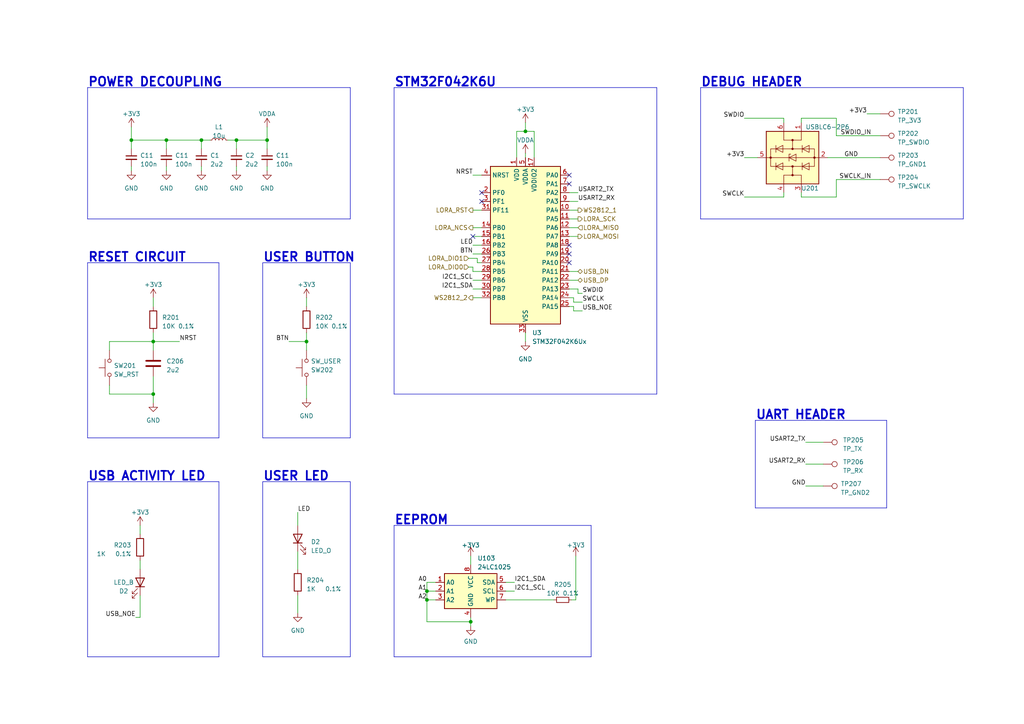
<source format=kicad_sch>
(kicad_sch (version 20230121) (generator eeschema)

  (uuid 0fb2b842-3a04-4c04-8ba2-8b68471a8185)

  (paper "A4")

  (title_block
    (title "Longle")
    (date "2023-06-22")
    (rev "1.0")
    (company "ReFab Tech")
  )

  (lib_symbols
    (symbol "Connector:TestPoint" (pin_numbers hide) (pin_names (offset 0.762) hide) (in_bom yes) (on_board yes)
      (property "Reference" "TP" (at 0 6.858 0)
        (effects (font (size 1.27 1.27)))
      )
      (property "Value" "TestPoint" (at 0 5.08 0)
        (effects (font (size 1.27 1.27)))
      )
      (property "Footprint" "" (at 5.08 0 0)
        (effects (font (size 1.27 1.27)) hide)
      )
      (property "Datasheet" "~" (at 5.08 0 0)
        (effects (font (size 1.27 1.27)) hide)
      )
      (property "ki_keywords" "test point tp" (at 0 0 0)
        (effects (font (size 1.27 1.27)) hide)
      )
      (property "ki_description" "test point" (at 0 0 0)
        (effects (font (size 1.27 1.27)) hide)
      )
      (property "ki_fp_filters" "Pin* Test*" (at 0 0 0)
        (effects (font (size 1.27 1.27)) hide)
      )
      (symbol "TestPoint_0_1"
        (circle (center 0 3.302) (radius 0.762)
          (stroke (width 0) (type default))
          (fill (type none))
        )
      )
      (symbol "TestPoint_1_1"
        (pin passive line (at 0 0 90) (length 2.54)
          (name "1" (effects (font (size 1.27 1.27))))
          (number "1" (effects (font (size 1.27 1.27))))
        )
      )
    )
    (symbol "Device:C" (pin_numbers hide) (pin_names (offset 0.254)) (in_bom yes) (on_board yes)
      (property "Reference" "C" (at 0.635 2.54 0)
        (effects (font (size 1.27 1.27)) (justify left))
      )
      (property "Value" "C" (at 0.635 -2.54 0)
        (effects (font (size 1.27 1.27)) (justify left))
      )
      (property "Footprint" "" (at 0.9652 -3.81 0)
        (effects (font (size 1.27 1.27)) hide)
      )
      (property "Datasheet" "~" (at 0 0 0)
        (effects (font (size 1.27 1.27)) hide)
      )
      (property "ki_keywords" "cap capacitor" (at 0 0 0)
        (effects (font (size 1.27 1.27)) hide)
      )
      (property "ki_description" "Unpolarized capacitor" (at 0 0 0)
        (effects (font (size 1.27 1.27)) hide)
      )
      (property "ki_fp_filters" "C_*" (at 0 0 0)
        (effects (font (size 1.27 1.27)) hide)
      )
      (symbol "C_0_1"
        (polyline
          (pts
            (xy -2.032 -0.762)
            (xy 2.032 -0.762)
          )
          (stroke (width 0.508) (type default))
          (fill (type none))
        )
        (polyline
          (pts
            (xy -2.032 0.762)
            (xy 2.032 0.762)
          )
          (stroke (width 0.508) (type default))
          (fill (type none))
        )
      )
      (symbol "C_1_1"
        (pin passive line (at 0 3.81 270) (length 2.794)
          (name "~" (effects (font (size 1.27 1.27))))
          (number "1" (effects (font (size 1.27 1.27))))
        )
        (pin passive line (at 0 -3.81 90) (length 2.794)
          (name "~" (effects (font (size 1.27 1.27))))
          (number "2" (effects (font (size 1.27 1.27))))
        )
      )
    )
    (symbol "Device:C_Small" (pin_numbers hide) (pin_names (offset 0.254) hide) (in_bom yes) (on_board yes)
      (property "Reference" "C" (at 0.254 1.778 0)
        (effects (font (size 1.27 1.27)) (justify left))
      )
      (property "Value" "C_Small" (at 0.254 -2.032 0)
        (effects (font (size 1.27 1.27)) (justify left))
      )
      (property "Footprint" "" (at 0 0 0)
        (effects (font (size 1.27 1.27)) hide)
      )
      (property "Datasheet" "~" (at 0 0 0)
        (effects (font (size 1.27 1.27)) hide)
      )
      (property "ki_keywords" "capacitor cap" (at 0 0 0)
        (effects (font (size 1.27 1.27)) hide)
      )
      (property "ki_description" "Unpolarized capacitor, small symbol" (at 0 0 0)
        (effects (font (size 1.27 1.27)) hide)
      )
      (property "ki_fp_filters" "C_*" (at 0 0 0)
        (effects (font (size 1.27 1.27)) hide)
      )
      (symbol "C_Small_0_1"
        (polyline
          (pts
            (xy -1.524 -0.508)
            (xy 1.524 -0.508)
          )
          (stroke (width 0.3302) (type default))
          (fill (type none))
        )
        (polyline
          (pts
            (xy -1.524 0.508)
            (xy 1.524 0.508)
          )
          (stroke (width 0.3048) (type default))
          (fill (type none))
        )
      )
      (symbol "C_Small_1_1"
        (pin passive line (at 0 2.54 270) (length 2.032)
          (name "~" (effects (font (size 1.27 1.27))))
          (number "1" (effects (font (size 1.27 1.27))))
        )
        (pin passive line (at 0 -2.54 90) (length 2.032)
          (name "~" (effects (font (size 1.27 1.27))))
          (number "2" (effects (font (size 1.27 1.27))))
        )
      )
    )
    (symbol "Device:LED" (pin_numbers hide) (pin_names (offset 1.016) hide) (in_bom yes) (on_board yes)
      (property "Reference" "D" (at 0 2.54 0)
        (effects (font (size 1.27 1.27)))
      )
      (property "Value" "LED" (at 0 -2.54 0)
        (effects (font (size 1.27 1.27)))
      )
      (property "Footprint" "" (at 0 0 0)
        (effects (font (size 1.27 1.27)) hide)
      )
      (property "Datasheet" "~" (at 0 0 0)
        (effects (font (size 1.27 1.27)) hide)
      )
      (property "ki_keywords" "LED diode" (at 0 0 0)
        (effects (font (size 1.27 1.27)) hide)
      )
      (property "ki_description" "Light emitting diode" (at 0 0 0)
        (effects (font (size 1.27 1.27)) hide)
      )
      (property "ki_fp_filters" "LED* LED_SMD:* LED_THT:*" (at 0 0 0)
        (effects (font (size 1.27 1.27)) hide)
      )
      (symbol "LED_0_1"
        (polyline
          (pts
            (xy -1.27 -1.27)
            (xy -1.27 1.27)
          )
          (stroke (width 0.254) (type default))
          (fill (type none))
        )
        (polyline
          (pts
            (xy -1.27 0)
            (xy 1.27 0)
          )
          (stroke (width 0) (type default))
          (fill (type none))
        )
        (polyline
          (pts
            (xy 1.27 -1.27)
            (xy 1.27 1.27)
            (xy -1.27 0)
            (xy 1.27 -1.27)
          )
          (stroke (width 0.254) (type default))
          (fill (type none))
        )
        (polyline
          (pts
            (xy -3.048 -0.762)
            (xy -4.572 -2.286)
            (xy -3.81 -2.286)
            (xy -4.572 -2.286)
            (xy -4.572 -1.524)
          )
          (stroke (width 0) (type default))
          (fill (type none))
        )
        (polyline
          (pts
            (xy -1.778 -0.762)
            (xy -3.302 -2.286)
            (xy -2.54 -2.286)
            (xy -3.302 -2.286)
            (xy -3.302 -1.524)
          )
          (stroke (width 0) (type default))
          (fill (type none))
        )
      )
      (symbol "LED_1_1"
        (pin passive line (at -3.81 0 0) (length 2.54)
          (name "K" (effects (font (size 1.27 1.27))))
          (number "1" (effects (font (size 1.27 1.27))))
        )
        (pin passive line (at 3.81 0 180) (length 2.54)
          (name "A" (effects (font (size 1.27 1.27))))
          (number "2" (effects (font (size 1.27 1.27))))
        )
      )
    )
    (symbol "Device:L_Small" (pin_numbers hide) (pin_names (offset 0.254) hide) (in_bom yes) (on_board yes)
      (property "Reference" "L" (at 0.762 1.016 0)
        (effects (font (size 1.27 1.27)) (justify left))
      )
      (property "Value" "L_Small" (at 0.762 -1.016 0)
        (effects (font (size 1.27 1.27)) (justify left))
      )
      (property "Footprint" "" (at 0 0 0)
        (effects (font (size 1.27 1.27)) hide)
      )
      (property "Datasheet" "~" (at 0 0 0)
        (effects (font (size 1.27 1.27)) hide)
      )
      (property "ki_keywords" "inductor choke coil reactor magnetic" (at 0 0 0)
        (effects (font (size 1.27 1.27)) hide)
      )
      (property "ki_description" "Inductor, small symbol" (at 0 0 0)
        (effects (font (size 1.27 1.27)) hide)
      )
      (property "ki_fp_filters" "Choke_* *Coil* Inductor_* L_*" (at 0 0 0)
        (effects (font (size 1.27 1.27)) hide)
      )
      (symbol "L_Small_0_1"
        (arc (start 0 -2.032) (mid 0.5058 -1.524) (end 0 -1.016)
          (stroke (width 0) (type default))
          (fill (type none))
        )
        (arc (start 0 -1.016) (mid 0.5058 -0.508) (end 0 0)
          (stroke (width 0) (type default))
          (fill (type none))
        )
        (arc (start 0 0) (mid 0.5058 0.508) (end 0 1.016)
          (stroke (width 0) (type default))
          (fill (type none))
        )
        (arc (start 0 1.016) (mid 0.5058 1.524) (end 0 2.032)
          (stroke (width 0) (type default))
          (fill (type none))
        )
      )
      (symbol "L_Small_1_1"
        (pin passive line (at 0 2.54 270) (length 0.508)
          (name "~" (effects (font (size 1.27 1.27))))
          (number "1" (effects (font (size 1.27 1.27))))
        )
        (pin passive line (at 0 -2.54 90) (length 0.508)
          (name "~" (effects (font (size 1.27 1.27))))
          (number "2" (effects (font (size 1.27 1.27))))
        )
      )
    )
    (symbol "Device:R" (pin_numbers hide) (pin_names (offset 0)) (in_bom yes) (on_board yes)
      (property "Reference" "R" (at 2.032 0 90)
        (effects (font (size 1.27 1.27)))
      )
      (property "Value" "R" (at 0 0 90)
        (effects (font (size 1.27 1.27)))
      )
      (property "Footprint" "" (at -1.778 0 90)
        (effects (font (size 1.27 1.27)) hide)
      )
      (property "Datasheet" "~" (at 0 0 0)
        (effects (font (size 1.27 1.27)) hide)
      )
      (property "ki_keywords" "R res resistor" (at 0 0 0)
        (effects (font (size 1.27 1.27)) hide)
      )
      (property "ki_description" "Resistor" (at 0 0 0)
        (effects (font (size 1.27 1.27)) hide)
      )
      (property "ki_fp_filters" "R_*" (at 0 0 0)
        (effects (font (size 1.27 1.27)) hide)
      )
      (symbol "R_0_1"
        (rectangle (start -1.016 -2.54) (end 1.016 2.54)
          (stroke (width 0.254) (type default))
          (fill (type none))
        )
      )
      (symbol "R_1_1"
        (pin passive line (at 0 3.81 270) (length 1.27)
          (name "~" (effects (font (size 1.27 1.27))))
          (number "1" (effects (font (size 1.27 1.27))))
        )
        (pin passive line (at 0 -3.81 90) (length 1.27)
          (name "~" (effects (font (size 1.27 1.27))))
          (number "2" (effects (font (size 1.27 1.27))))
        )
      )
    )
    (symbol "Device:R_Small" (pin_numbers hide) (pin_names (offset 0.254) hide) (in_bom yes) (on_board yes)
      (property "Reference" "R" (at 0.762 0.508 0)
        (effects (font (size 1.27 1.27)) (justify left))
      )
      (property "Value" "R_Small" (at 0.762 -1.016 0)
        (effects (font (size 1.27 1.27)) (justify left))
      )
      (property "Footprint" "" (at 0 0 0)
        (effects (font (size 1.27 1.27)) hide)
      )
      (property "Datasheet" "~" (at 0 0 0)
        (effects (font (size 1.27 1.27)) hide)
      )
      (property "ki_keywords" "R resistor" (at 0 0 0)
        (effects (font (size 1.27 1.27)) hide)
      )
      (property "ki_description" "Resistor, small symbol" (at 0 0 0)
        (effects (font (size 1.27 1.27)) hide)
      )
      (property "ki_fp_filters" "R_*" (at 0 0 0)
        (effects (font (size 1.27 1.27)) hide)
      )
      (symbol "R_Small_0_1"
        (rectangle (start -0.762 1.778) (end 0.762 -1.778)
          (stroke (width 0.2032) (type default))
          (fill (type none))
        )
      )
      (symbol "R_Small_1_1"
        (pin passive line (at 0 2.54 270) (length 0.762)
          (name "~" (effects (font (size 1.27 1.27))))
          (number "1" (effects (font (size 1.27 1.27))))
        )
        (pin passive line (at 0 -2.54 90) (length 0.762)
          (name "~" (effects (font (size 1.27 1.27))))
          (number "2" (effects (font (size 1.27 1.27))))
        )
      )
    )
    (symbol "MCU_ST_STM32F0:STM32F042K6Ux" (in_bom yes) (on_board yes)
      (property "Reference" "U" (at -10.16 24.13 0)
        (effects (font (size 1.27 1.27)) (justify left))
      )
      (property "Value" "STM32F042K6Ux" (at 5.08 24.13 0)
        (effects (font (size 1.27 1.27)) (justify left))
      )
      (property "Footprint" "Package_DFN_QFN:QFN-32-1EP_5x5mm_P0.5mm_EP3.45x3.45mm" (at -10.16 -22.86 0)
        (effects (font (size 1.27 1.27)) (justify right) hide)
      )
      (property "Datasheet" "https://www.st.com/resource/en/datasheet/stm32f042k6.pdf" (at 0 0 0)
        (effects (font (size 1.27 1.27)) hide)
      )
      (property "ki_locked" "" (at 0 0 0)
        (effects (font (size 1.27 1.27)))
      )
      (property "ki_keywords" "Arm Cortex-M0 STM32F0 STM32F0x2" (at 0 0 0)
        (effects (font (size 1.27 1.27)) hide)
      )
      (property "ki_description" "STMicroelectronics Arm Cortex-M0 MCU, 32KB flash, 6KB RAM, 48 MHz, 2.0-3.6V, 28 GPIO, UFQFPN32" (at 0 0 0)
        (effects (font (size 1.27 1.27)) hide)
      )
      (property "ki_fp_filters" "QFN*1EP*5x5mm*P0.5mm*" (at 0 0 0)
        (effects (font (size 1.27 1.27)) hide)
      )
      (symbol "STM32F042K6Ux_0_1"
        (rectangle (start -10.16 -22.86) (end 10.16 22.86)
          (stroke (width 0.254) (type default))
          (fill (type background))
        )
      )
      (symbol "STM32F042K6Ux_1_1"
        (pin power_in line (at -2.54 25.4 270) (length 2.54)
          (name "VDD" (effects (font (size 1.27 1.27))))
          (number "1" (effects (font (size 1.27 1.27))))
        )
        (pin bidirectional line (at 12.7 10.16 180) (length 2.54)
          (name "PA4" (effects (font (size 1.27 1.27))))
          (number "10" (effects (font (size 1.27 1.27))))
          (alternate "ADC_IN4" bidirectional line)
          (alternate "I2S1_WS" bidirectional line)
          (alternate "SPI1_NSS" bidirectional line)
          (alternate "TIM14_CH1" bidirectional line)
          (alternate "TSC_G2_IO1" bidirectional line)
          (alternate "USART2_CK" bidirectional line)
          (alternate "USB_NOE" bidirectional line)
        )
        (pin bidirectional line (at 12.7 7.62 180) (length 2.54)
          (name "PA5" (effects (font (size 1.27 1.27))))
          (number "11" (effects (font (size 1.27 1.27))))
          (alternate "ADC_IN5" bidirectional line)
          (alternate "CEC" bidirectional line)
          (alternate "I2S1_CK" bidirectional line)
          (alternate "SPI1_SCK" bidirectional line)
          (alternate "TIM2_CH1" bidirectional line)
          (alternate "TIM2_ETR" bidirectional line)
          (alternate "TSC_G2_IO2" bidirectional line)
        )
        (pin bidirectional line (at 12.7 5.08 180) (length 2.54)
          (name "PA6" (effects (font (size 1.27 1.27))))
          (number "12" (effects (font (size 1.27 1.27))))
          (alternate "ADC_IN6" bidirectional line)
          (alternate "I2S1_MCK" bidirectional line)
          (alternate "SPI1_MISO" bidirectional line)
          (alternate "TIM16_CH1" bidirectional line)
          (alternate "TIM1_BKIN" bidirectional line)
          (alternate "TIM3_CH1" bidirectional line)
          (alternate "TSC_G2_IO3" bidirectional line)
        )
        (pin bidirectional line (at 12.7 2.54 180) (length 2.54)
          (name "PA7" (effects (font (size 1.27 1.27))))
          (number "13" (effects (font (size 1.27 1.27))))
          (alternate "ADC_IN7" bidirectional line)
          (alternate "I2S1_SD" bidirectional line)
          (alternate "SPI1_MOSI" bidirectional line)
          (alternate "TIM14_CH1" bidirectional line)
          (alternate "TIM17_CH1" bidirectional line)
          (alternate "TIM1_CH1N" bidirectional line)
          (alternate "TIM3_CH2" bidirectional line)
          (alternate "TSC_G2_IO4" bidirectional line)
        )
        (pin bidirectional line (at -12.7 5.08 0) (length 2.54)
          (name "PB0" (effects (font (size 1.27 1.27))))
          (number "14" (effects (font (size 1.27 1.27))))
          (alternate "ADC_IN8" bidirectional line)
          (alternate "TIM1_CH2N" bidirectional line)
          (alternate "TIM3_CH3" bidirectional line)
          (alternate "TSC_G3_IO2" bidirectional line)
        )
        (pin bidirectional line (at -12.7 2.54 0) (length 2.54)
          (name "PB1" (effects (font (size 1.27 1.27))))
          (number "15" (effects (font (size 1.27 1.27))))
          (alternate "ADC_IN9" bidirectional line)
          (alternate "TIM14_CH1" bidirectional line)
          (alternate "TIM1_CH3N" bidirectional line)
          (alternate "TIM3_CH4" bidirectional line)
          (alternate "TSC_G3_IO3" bidirectional line)
        )
        (pin bidirectional line (at -12.7 0 0) (length 2.54)
          (name "PB2" (effects (font (size 1.27 1.27))))
          (number "16" (effects (font (size 1.27 1.27))))
          (alternate "TSC_G3_IO4" bidirectional line)
        )
        (pin power_in line (at 2.54 25.4 270) (length 2.54)
          (name "VDDIO2" (effects (font (size 1.27 1.27))))
          (number "17" (effects (font (size 1.27 1.27))))
        )
        (pin bidirectional line (at 12.7 0 180) (length 2.54)
          (name "PA8" (effects (font (size 1.27 1.27))))
          (number "18" (effects (font (size 1.27 1.27))))
          (alternate "CRS_SYNC" bidirectional line)
          (alternate "RCC_MCO" bidirectional line)
          (alternate "TIM1_CH1" bidirectional line)
          (alternate "USART1_CK" bidirectional line)
        )
        (pin bidirectional line (at 12.7 -2.54 180) (length 2.54)
          (name "PA9" (effects (font (size 1.27 1.27))))
          (number "19" (effects (font (size 1.27 1.27))))
          (alternate "I2C1_SCL" bidirectional line)
          (alternate "TIM1_CH2" bidirectional line)
          (alternate "TSC_G4_IO1" bidirectional line)
          (alternate "USART1_TX" bidirectional line)
        )
        (pin bidirectional line (at -12.7 15.24 0) (length 2.54)
          (name "PF0" (effects (font (size 1.27 1.27))))
          (number "2" (effects (font (size 1.27 1.27))))
          (alternate "CRS_SYNC" bidirectional line)
          (alternate "I2C1_SDA" bidirectional line)
          (alternate "RCC_OSC_IN" bidirectional line)
        )
        (pin bidirectional line (at 12.7 -5.08 180) (length 2.54)
          (name "PA10" (effects (font (size 1.27 1.27))))
          (number "20" (effects (font (size 1.27 1.27))))
          (alternate "I2C1_SDA" bidirectional line)
          (alternate "TIM17_BKIN" bidirectional line)
          (alternate "TIM1_CH3" bidirectional line)
          (alternate "TSC_G4_IO2" bidirectional line)
          (alternate "USART1_RX" bidirectional line)
        )
        (pin bidirectional line (at 12.7 -7.62 180) (length 2.54)
          (name "PA11" (effects (font (size 1.27 1.27))))
          (number "21" (effects (font (size 1.27 1.27))))
          (alternate "CAN_RX" bidirectional line)
          (alternate "I2C1_SCL" bidirectional line)
          (alternate "TIM1_CH4" bidirectional line)
          (alternate "TSC_G4_IO3" bidirectional line)
          (alternate "USART1_CTS" bidirectional line)
          (alternate "USB_DM" bidirectional line)
        )
        (pin bidirectional line (at 12.7 -10.16 180) (length 2.54)
          (name "PA12" (effects (font (size 1.27 1.27))))
          (number "22" (effects (font (size 1.27 1.27))))
          (alternate "CAN_TX" bidirectional line)
          (alternate "I2C1_SDA" bidirectional line)
          (alternate "TIM1_ETR" bidirectional line)
          (alternate "TSC_G4_IO4" bidirectional line)
          (alternate "USART1_DE" bidirectional line)
          (alternate "USART1_RTS" bidirectional line)
          (alternate "USB_DP" bidirectional line)
        )
        (pin bidirectional line (at 12.7 -12.7 180) (length 2.54)
          (name "PA13" (effects (font (size 1.27 1.27))))
          (number "23" (effects (font (size 1.27 1.27))))
          (alternate "IR_OUT" bidirectional line)
          (alternate "SYS_SWDIO" bidirectional line)
          (alternate "USB_NOE" bidirectional line)
        )
        (pin bidirectional line (at 12.7 -15.24 180) (length 2.54)
          (name "PA14" (effects (font (size 1.27 1.27))))
          (number "24" (effects (font (size 1.27 1.27))))
          (alternate "SYS_SWCLK" bidirectional line)
          (alternate "USART2_TX" bidirectional line)
        )
        (pin bidirectional line (at 12.7 -17.78 180) (length 2.54)
          (name "PA15" (effects (font (size 1.27 1.27))))
          (number "25" (effects (font (size 1.27 1.27))))
          (alternate "I2S1_WS" bidirectional line)
          (alternate "SPI1_NSS" bidirectional line)
          (alternate "TIM2_CH1" bidirectional line)
          (alternate "TIM2_ETR" bidirectional line)
          (alternate "USART2_RX" bidirectional line)
          (alternate "USB_NOE" bidirectional line)
        )
        (pin bidirectional line (at -12.7 -2.54 0) (length 2.54)
          (name "PB3" (effects (font (size 1.27 1.27))))
          (number "26" (effects (font (size 1.27 1.27))))
          (alternate "I2S1_CK" bidirectional line)
          (alternate "SPI1_SCK" bidirectional line)
          (alternate "TIM2_CH2" bidirectional line)
          (alternate "TSC_G5_IO1" bidirectional line)
        )
        (pin bidirectional line (at -12.7 -5.08 0) (length 2.54)
          (name "PB4" (effects (font (size 1.27 1.27))))
          (number "27" (effects (font (size 1.27 1.27))))
          (alternate "I2S1_MCK" bidirectional line)
          (alternate "SPI1_MISO" bidirectional line)
          (alternate "TIM17_BKIN" bidirectional line)
          (alternate "TIM3_CH1" bidirectional line)
          (alternate "TSC_G5_IO2" bidirectional line)
        )
        (pin bidirectional line (at -12.7 -7.62 0) (length 2.54)
          (name "PB5" (effects (font (size 1.27 1.27))))
          (number "28" (effects (font (size 1.27 1.27))))
          (alternate "I2C1_SMBA" bidirectional line)
          (alternate "I2S1_SD" bidirectional line)
          (alternate "SPI1_MOSI" bidirectional line)
          (alternate "SYS_WKUP6" bidirectional line)
          (alternate "TIM16_BKIN" bidirectional line)
          (alternate "TIM3_CH2" bidirectional line)
        )
        (pin bidirectional line (at -12.7 -10.16 0) (length 2.54)
          (name "PB6" (effects (font (size 1.27 1.27))))
          (number "29" (effects (font (size 1.27 1.27))))
          (alternate "I2C1_SCL" bidirectional line)
          (alternate "TIM16_CH1N" bidirectional line)
          (alternate "TSC_G5_IO3" bidirectional line)
          (alternate "USART1_TX" bidirectional line)
        )
        (pin bidirectional line (at -12.7 12.7 0) (length 2.54)
          (name "PF1" (effects (font (size 1.27 1.27))))
          (number "3" (effects (font (size 1.27 1.27))))
          (alternate "I2C1_SCL" bidirectional line)
          (alternate "RCC_OSC_OUT" bidirectional line)
        )
        (pin bidirectional line (at -12.7 -12.7 0) (length 2.54)
          (name "PB7" (effects (font (size 1.27 1.27))))
          (number "30" (effects (font (size 1.27 1.27))))
          (alternate "I2C1_SDA" bidirectional line)
          (alternate "TIM17_CH1N" bidirectional line)
          (alternate "TSC_G5_IO4" bidirectional line)
          (alternate "USART1_RX" bidirectional line)
        )
        (pin bidirectional line (at -12.7 10.16 0) (length 2.54)
          (name "PF11" (effects (font (size 1.27 1.27))))
          (number "31" (effects (font (size 1.27 1.27))))
        )
        (pin bidirectional line (at -12.7 -15.24 0) (length 2.54)
          (name "PB8" (effects (font (size 1.27 1.27))))
          (number "32" (effects (font (size 1.27 1.27))))
          (alternate "CAN_RX" bidirectional line)
          (alternate "CEC" bidirectional line)
          (alternate "I2C1_SCL" bidirectional line)
          (alternate "TIM16_CH1" bidirectional line)
          (alternate "TSC_SYNC" bidirectional line)
        )
        (pin power_in line (at 0 -25.4 90) (length 2.54)
          (name "VSS" (effects (font (size 1.27 1.27))))
          (number "33" (effects (font (size 1.27 1.27))))
        )
        (pin input line (at -12.7 20.32 0) (length 2.54)
          (name "NRST" (effects (font (size 1.27 1.27))))
          (number "4" (effects (font (size 1.27 1.27))))
        )
        (pin power_in line (at 0 25.4 270) (length 2.54)
          (name "VDDA" (effects (font (size 1.27 1.27))))
          (number "5" (effects (font (size 1.27 1.27))))
        )
        (pin bidirectional line (at 12.7 20.32 180) (length 2.54)
          (name "PA0" (effects (font (size 1.27 1.27))))
          (number "6" (effects (font (size 1.27 1.27))))
          (alternate "ADC_IN0" bidirectional line)
          (alternate "RTC_TAMP2" bidirectional line)
          (alternate "SYS_WKUP1" bidirectional line)
          (alternate "TIM2_CH1" bidirectional line)
          (alternate "TIM2_ETR" bidirectional line)
          (alternate "TSC_G1_IO1" bidirectional line)
          (alternate "USART2_CTS" bidirectional line)
        )
        (pin bidirectional line (at 12.7 17.78 180) (length 2.54)
          (name "PA1" (effects (font (size 1.27 1.27))))
          (number "7" (effects (font (size 1.27 1.27))))
          (alternate "ADC_IN1" bidirectional line)
          (alternate "TIM2_CH2" bidirectional line)
          (alternate "TSC_G1_IO2" bidirectional line)
          (alternate "USART2_DE" bidirectional line)
          (alternate "USART2_RTS" bidirectional line)
        )
        (pin bidirectional line (at 12.7 15.24 180) (length 2.54)
          (name "PA2" (effects (font (size 1.27 1.27))))
          (number "8" (effects (font (size 1.27 1.27))))
          (alternate "ADC_IN2" bidirectional line)
          (alternate "SYS_WKUP4" bidirectional line)
          (alternate "TIM2_CH3" bidirectional line)
          (alternate "TSC_G1_IO3" bidirectional line)
          (alternate "USART2_TX" bidirectional line)
        )
        (pin bidirectional line (at 12.7 12.7 180) (length 2.54)
          (name "PA3" (effects (font (size 1.27 1.27))))
          (number "9" (effects (font (size 1.27 1.27))))
          (alternate "ADC_IN3" bidirectional line)
          (alternate "TIM2_CH4" bidirectional line)
          (alternate "TSC_G1_IO4" bidirectional line)
          (alternate "USART2_RX" bidirectional line)
        )
      )
    )
    (symbol "Memory_EEPROM:24LC1025" (in_bom yes) (on_board yes)
      (property "Reference" "U" (at -6.35 6.35 0)
        (effects (font (size 1.27 1.27)))
      )
      (property "Value" "24LC1025" (at 1.27 6.35 0)
        (effects (font (size 1.27 1.27)) (justify left))
      )
      (property "Footprint" "" (at 0 0 0)
        (effects (font (size 1.27 1.27)) hide)
      )
      (property "Datasheet" "http://ww1.microchip.com/downloads/en/DeviceDoc/21941B.pdf" (at 0 0 0)
        (effects (font (size 1.27 1.27)) hide)
      )
      (property "ki_keywords" "I2C Serial EEPROM" (at 0 0 0)
        (effects (font (size 1.27 1.27)) hide)
      )
      (property "ki_description" "I2C Serial EEPROM, 1024Kb, DIP-8/SOIC-8/TSSOP-8/DFN-8" (at 0 0 0)
        (effects (font (size 1.27 1.27)) hide)
      )
      (property "ki_fp_filters" "DIP*W7.62mm* SOIC*3.9x4.9mm* TSSOP*4.4x3mm*P0.65mm* DFN*3x2mm*P0.5mm*" (at 0 0 0)
        (effects (font (size 1.27 1.27)) hide)
      )
      (symbol "24LC1025_1_1"
        (rectangle (start -7.62 5.08) (end 7.62 -5.08)
          (stroke (width 0.254) (type default))
          (fill (type background))
        )
        (pin input line (at -10.16 2.54 0) (length 2.54)
          (name "A0" (effects (font (size 1.27 1.27))))
          (number "1" (effects (font (size 1.27 1.27))))
        )
        (pin input line (at -10.16 0 0) (length 2.54)
          (name "A1" (effects (font (size 1.27 1.27))))
          (number "2" (effects (font (size 1.27 1.27))))
        )
        (pin input line (at -10.16 -2.54 0) (length 2.54)
          (name "A2" (effects (font (size 1.27 1.27))))
          (number "3" (effects (font (size 1.27 1.27))))
        )
        (pin power_in line (at 0 -7.62 90) (length 2.54)
          (name "GND" (effects (font (size 1.27 1.27))))
          (number "4" (effects (font (size 1.27 1.27))))
        )
        (pin bidirectional line (at 10.16 2.54 180) (length 2.54)
          (name "SDA" (effects (font (size 1.27 1.27))))
          (number "5" (effects (font (size 1.27 1.27))))
        )
        (pin input line (at 10.16 0 180) (length 2.54)
          (name "SCL" (effects (font (size 1.27 1.27))))
          (number "6" (effects (font (size 1.27 1.27))))
        )
        (pin input line (at 10.16 -2.54 180) (length 2.54)
          (name "WP" (effects (font (size 1.27 1.27))))
          (number "7" (effects (font (size 1.27 1.27))))
        )
        (pin power_in line (at 0 7.62 270) (length 2.54)
          (name "VCC" (effects (font (size 1.27 1.27))))
          (number "8" (effects (font (size 1.27 1.27))))
        )
      )
    )
    (symbol "Power_Protection:USBLC6-2P6" (pin_names hide) (in_bom yes) (on_board yes)
      (property "Reference" "U" (at 2.54 8.89 0)
        (effects (font (size 1.27 1.27)) (justify left))
      )
      (property "Value" "USBLC6-2P6" (at 2.54 -8.89 0)
        (effects (font (size 1.27 1.27)) (justify left))
      )
      (property "Footprint" "Package_TO_SOT_SMD:SOT-666" (at 0 -12.7 0)
        (effects (font (size 1.27 1.27)) hide)
      )
      (property "Datasheet" "https://www.st.com/resource/en/datasheet/usblc6-2.pdf" (at 5.08 8.89 0)
        (effects (font (size 1.27 1.27)) hide)
      )
      (property "ki_keywords" "usb ethernet video" (at 0 0 0)
        (effects (font (size 1.27 1.27)) hide)
      )
      (property "ki_description" "Very low capacitance ESD protection diode, 2 data-line, SOT-666" (at 0 0 0)
        (effects (font (size 1.27 1.27)) hide)
      )
      (property "ki_fp_filters" "SOT?666*" (at 0 0 0)
        (effects (font (size 1.27 1.27)) hide)
      )
      (symbol "USBLC6-2P6_0_1"
        (rectangle (start -7.62 -7.62) (end 7.62 7.62)
          (stroke (width 0.254) (type default))
          (fill (type background))
        )
        (circle (center -5.08 0) (radius 0.254)
          (stroke (width 0) (type default))
          (fill (type outline))
        )
        (circle (center -2.54 0) (radius 0.254)
          (stroke (width 0) (type default))
          (fill (type outline))
        )
        (rectangle (start -2.54 6.35) (end 2.54 -6.35)
          (stroke (width 0) (type default))
          (fill (type none))
        )
        (circle (center 0 -6.35) (radius 0.254)
          (stroke (width 0) (type default))
          (fill (type outline))
        )
        (polyline
          (pts
            (xy -5.08 -2.54)
            (xy -7.62 -2.54)
          )
          (stroke (width 0) (type default))
          (fill (type none))
        )
        (polyline
          (pts
            (xy -5.08 0)
            (xy -5.08 -2.54)
          )
          (stroke (width 0) (type default))
          (fill (type none))
        )
        (polyline
          (pts
            (xy -5.08 2.54)
            (xy -7.62 2.54)
          )
          (stroke (width 0) (type default))
          (fill (type none))
        )
        (polyline
          (pts
            (xy -1.524 -2.794)
            (xy -3.556 -2.794)
          )
          (stroke (width 0) (type default))
          (fill (type none))
        )
        (polyline
          (pts
            (xy -1.524 4.826)
            (xy -3.556 4.826)
          )
          (stroke (width 0) (type default))
          (fill (type none))
        )
        (polyline
          (pts
            (xy 0 -7.62)
            (xy 0 -6.35)
          )
          (stroke (width 0) (type default))
          (fill (type none))
        )
        (polyline
          (pts
            (xy 0 -6.35)
            (xy 0 1.27)
          )
          (stroke (width 0) (type default))
          (fill (type none))
        )
        (polyline
          (pts
            (xy 0 1.27)
            (xy 0 6.35)
          )
          (stroke (width 0) (type default))
          (fill (type none))
        )
        (polyline
          (pts
            (xy 0 6.35)
            (xy 0 7.62)
          )
          (stroke (width 0) (type default))
          (fill (type none))
        )
        (polyline
          (pts
            (xy 1.524 -2.794)
            (xy 3.556 -2.794)
          )
          (stroke (width 0) (type default))
          (fill (type none))
        )
        (polyline
          (pts
            (xy 1.524 4.826)
            (xy 3.556 4.826)
          )
          (stroke (width 0) (type default))
          (fill (type none))
        )
        (polyline
          (pts
            (xy 5.08 -2.54)
            (xy 7.62 -2.54)
          )
          (stroke (width 0) (type default))
          (fill (type none))
        )
        (polyline
          (pts
            (xy 5.08 0)
            (xy 5.08 -2.54)
          )
          (stroke (width 0) (type default))
          (fill (type none))
        )
        (polyline
          (pts
            (xy 5.08 2.54)
            (xy 7.62 2.54)
          )
          (stroke (width 0) (type default))
          (fill (type none))
        )
        (polyline
          (pts
            (xy -2.54 0)
            (xy -5.08 0)
            (xy -5.08 2.54)
          )
          (stroke (width 0) (type default))
          (fill (type none))
        )
        (polyline
          (pts
            (xy 2.54 0)
            (xy 5.08 0)
            (xy 5.08 2.54)
          )
          (stroke (width 0) (type default))
          (fill (type none))
        )
        (polyline
          (pts
            (xy -3.556 -4.826)
            (xy -1.524 -4.826)
            (xy -2.54 -2.794)
            (xy -3.556 -4.826)
          )
          (stroke (width 0) (type default))
          (fill (type none))
        )
        (polyline
          (pts
            (xy -3.556 2.794)
            (xy -1.524 2.794)
            (xy -2.54 4.826)
            (xy -3.556 2.794)
          )
          (stroke (width 0) (type default))
          (fill (type none))
        )
        (polyline
          (pts
            (xy -1.016 -1.016)
            (xy 1.016 -1.016)
            (xy 0 1.016)
            (xy -1.016 -1.016)
          )
          (stroke (width 0) (type default))
          (fill (type none))
        )
        (polyline
          (pts
            (xy 1.016 1.016)
            (xy 0.762 1.016)
            (xy -1.016 1.016)
            (xy -1.016 0.508)
          )
          (stroke (width 0) (type default))
          (fill (type none))
        )
        (polyline
          (pts
            (xy 3.556 -4.826)
            (xy 1.524 -4.826)
            (xy 2.54 -2.794)
            (xy 3.556 -4.826)
          )
          (stroke (width 0) (type default))
          (fill (type none))
        )
        (polyline
          (pts
            (xy 3.556 2.794)
            (xy 1.524 2.794)
            (xy 2.54 4.826)
            (xy 3.556 2.794)
          )
          (stroke (width 0) (type default))
          (fill (type none))
        )
        (circle (center 0 6.35) (radius 0.254)
          (stroke (width 0) (type default))
          (fill (type outline))
        )
        (circle (center 2.54 0) (radius 0.254)
          (stroke (width 0) (type default))
          (fill (type outline))
        )
        (circle (center 5.08 0) (radius 0.254)
          (stroke (width 0) (type default))
          (fill (type outline))
        )
      )
      (symbol "USBLC6-2P6_1_1"
        (pin passive line (at -10.16 -2.54 0) (length 2.54)
          (name "I/O1" (effects (font (size 1.27 1.27))))
          (number "1" (effects (font (size 1.27 1.27))))
        )
        (pin passive line (at 0 -10.16 90) (length 2.54)
          (name "GND" (effects (font (size 1.27 1.27))))
          (number "2" (effects (font (size 1.27 1.27))))
        )
        (pin passive line (at 10.16 -2.54 180) (length 2.54)
          (name "I/O2" (effects (font (size 1.27 1.27))))
          (number "3" (effects (font (size 1.27 1.27))))
        )
        (pin passive line (at 10.16 2.54 180) (length 2.54)
          (name "I/O2" (effects (font (size 1.27 1.27))))
          (number "4" (effects (font (size 1.27 1.27))))
        )
        (pin passive line (at 0 10.16 270) (length 2.54)
          (name "VBUS" (effects (font (size 1.27 1.27))))
          (number "5" (effects (font (size 1.27 1.27))))
        )
        (pin passive line (at -10.16 2.54 0) (length 2.54)
          (name "I/O1" (effects (font (size 1.27 1.27))))
          (number "6" (effects (font (size 1.27 1.27))))
        )
      )
    )
    (symbol "Switch:SW_Push" (pin_numbers hide) (pin_names (offset 1.016) hide) (in_bom yes) (on_board yes)
      (property "Reference" "SW" (at 1.27 2.54 0)
        (effects (font (size 1.27 1.27)) (justify left))
      )
      (property "Value" "SW_Push" (at 0 -1.524 0)
        (effects (font (size 1.27 1.27)))
      )
      (property "Footprint" "" (at 0 5.08 0)
        (effects (font (size 1.27 1.27)) hide)
      )
      (property "Datasheet" "~" (at 0 5.08 0)
        (effects (font (size 1.27 1.27)) hide)
      )
      (property "ki_keywords" "switch normally-open pushbutton push-button" (at 0 0 0)
        (effects (font (size 1.27 1.27)) hide)
      )
      (property "ki_description" "Push button switch, generic, two pins" (at 0 0 0)
        (effects (font (size 1.27 1.27)) hide)
      )
      (symbol "SW_Push_0_1"
        (circle (center -2.032 0) (radius 0.508)
          (stroke (width 0) (type default))
          (fill (type none))
        )
        (polyline
          (pts
            (xy 0 1.27)
            (xy 0 3.048)
          )
          (stroke (width 0) (type default))
          (fill (type none))
        )
        (polyline
          (pts
            (xy 2.54 1.27)
            (xy -2.54 1.27)
          )
          (stroke (width 0) (type default))
          (fill (type none))
        )
        (circle (center 2.032 0) (radius 0.508)
          (stroke (width 0) (type default))
          (fill (type none))
        )
        (pin passive line (at -5.08 0 0) (length 2.54)
          (name "1" (effects (font (size 1.27 1.27))))
          (number "1" (effects (font (size 1.27 1.27))))
        )
        (pin passive line (at 5.08 0 180) (length 2.54)
          (name "2" (effects (font (size 1.27 1.27))))
          (number "2" (effects (font (size 1.27 1.27))))
        )
      )
    )
    (symbol "power:+3V3" (power) (pin_names (offset 0)) (in_bom yes) (on_board yes)
      (property "Reference" "#PWR" (at 0 -3.81 0)
        (effects (font (size 1.27 1.27)) hide)
      )
      (property "Value" "+3V3" (at 0 3.556 0)
        (effects (font (size 1.27 1.27)))
      )
      (property "Footprint" "" (at 0 0 0)
        (effects (font (size 1.27 1.27)) hide)
      )
      (property "Datasheet" "" (at 0 0 0)
        (effects (font (size 1.27 1.27)) hide)
      )
      (property "ki_keywords" "global power" (at 0 0 0)
        (effects (font (size 1.27 1.27)) hide)
      )
      (property "ki_description" "Power symbol creates a global label with name \"+3V3\"" (at 0 0 0)
        (effects (font (size 1.27 1.27)) hide)
      )
      (symbol "+3V3_0_1"
        (polyline
          (pts
            (xy -0.762 1.27)
            (xy 0 2.54)
          )
          (stroke (width 0) (type default))
          (fill (type none))
        )
        (polyline
          (pts
            (xy 0 0)
            (xy 0 2.54)
          )
          (stroke (width 0) (type default))
          (fill (type none))
        )
        (polyline
          (pts
            (xy 0 2.54)
            (xy 0.762 1.27)
          )
          (stroke (width 0) (type default))
          (fill (type none))
        )
      )
      (symbol "+3V3_1_1"
        (pin power_in line (at 0 0 90) (length 0) hide
          (name "+3V3" (effects (font (size 1.27 1.27))))
          (number "1" (effects (font (size 1.27 1.27))))
        )
      )
    )
    (symbol "power:GND" (power) (pin_names (offset 0)) (in_bom yes) (on_board yes)
      (property "Reference" "#PWR" (at 0 -6.35 0)
        (effects (font (size 1.27 1.27)) hide)
      )
      (property "Value" "GND" (at 0 -3.81 0)
        (effects (font (size 1.27 1.27)))
      )
      (property "Footprint" "" (at 0 0 0)
        (effects (font (size 1.27 1.27)) hide)
      )
      (property "Datasheet" "" (at 0 0 0)
        (effects (font (size 1.27 1.27)) hide)
      )
      (property "ki_keywords" "global power" (at 0 0 0)
        (effects (font (size 1.27 1.27)) hide)
      )
      (property "ki_description" "Power symbol creates a global label with name \"GND\" , ground" (at 0 0 0)
        (effects (font (size 1.27 1.27)) hide)
      )
      (symbol "GND_0_1"
        (polyline
          (pts
            (xy 0 0)
            (xy 0 -1.27)
            (xy 1.27 -1.27)
            (xy 0 -2.54)
            (xy -1.27 -1.27)
            (xy 0 -1.27)
          )
          (stroke (width 0) (type default))
          (fill (type none))
        )
      )
      (symbol "GND_1_1"
        (pin power_in line (at 0 0 270) (length 0) hide
          (name "GND" (effects (font (size 1.27 1.27))))
          (number "1" (effects (font (size 1.27 1.27))))
        )
      )
    )
    (symbol "power:VDDA" (power) (pin_names (offset 0)) (in_bom yes) (on_board yes)
      (property "Reference" "#PWR" (at 0 -3.81 0)
        (effects (font (size 1.27 1.27)) hide)
      )
      (property "Value" "VDDA" (at 0 3.81 0)
        (effects (font (size 1.27 1.27)))
      )
      (property "Footprint" "" (at 0 0 0)
        (effects (font (size 1.27 1.27)) hide)
      )
      (property "Datasheet" "" (at 0 0 0)
        (effects (font (size 1.27 1.27)) hide)
      )
      (property "ki_keywords" "global power" (at 0 0 0)
        (effects (font (size 1.27 1.27)) hide)
      )
      (property "ki_description" "Power symbol creates a global label with name \"VDDA\"" (at 0 0 0)
        (effects (font (size 1.27 1.27)) hide)
      )
      (symbol "VDDA_0_1"
        (polyline
          (pts
            (xy -0.762 1.27)
            (xy 0 2.54)
          )
          (stroke (width 0) (type default))
          (fill (type none))
        )
        (polyline
          (pts
            (xy 0 0)
            (xy 0 2.54)
          )
          (stroke (width 0) (type default))
          (fill (type none))
        )
        (polyline
          (pts
            (xy 0 2.54)
            (xy 0.762 1.27)
          )
          (stroke (width 0) (type default))
          (fill (type none))
        )
      )
      (symbol "VDDA_1_1"
        (pin power_in line (at 0 0 90) (length 0) hide
          (name "VDDA" (effects (font (size 1.27 1.27))))
          (number "1" (effects (font (size 1.27 1.27))))
        )
      )
    )
  )

  (junction (at 68.58 40.64) (diameter 0) (color 0 0 0 0)
    (uuid 0c632dcf-06d5-43fa-b944-5b72f9fe2edc)
  )
  (junction (at 88.9 99.06) (diameter 0) (color 0 0 0 0)
    (uuid 1e7a7f67-7e9a-405a-9413-e856235635a7)
  )
  (junction (at 44.45 114.3) (diameter 0) (color 0 0 0 0)
    (uuid 1e8bd3b7-7707-477f-a922-42591ffb7eac)
  )
  (junction (at 48.26 40.64) (diameter 0) (color 0 0 0 0)
    (uuid 32e83bfe-81df-4461-b2a5-4421f8639492)
  )
  (junction (at 123.825 171.45) (diameter 0) (color 0 0 0 0)
    (uuid 3aa05dce-7051-4711-ad93-996b117e9f49)
  )
  (junction (at 44.45 99.06) (diameter 0) (color 0 0 0 0)
    (uuid 528dbfd9-fb30-4466-a3b9-3346bdfb5bba)
  )
  (junction (at 152.4 38.1) (diameter 0) (color 0 0 0 0)
    (uuid 5a53e863-06fd-4b41-9881-5f9130d1e21a)
  )
  (junction (at 58.42 40.64) (diameter 0) (color 0 0 0 0)
    (uuid 82172e10-f93f-4502-b9d1-0c37800195e8)
  )
  (junction (at 38.1 40.64) (diameter 0) (color 0 0 0 0)
    (uuid 862ea721-3013-491e-b389-66c0a4d0973d)
  )
  (junction (at 123.825 173.99) (diameter 0) (color 0 0 0 0)
    (uuid 95c321e1-7170-4edb-a22c-878364b8b81c)
  )
  (junction (at 136.525 180.34) (diameter 0) (color 0 0 0 0)
    (uuid 97c9b747-a50f-4c41-884e-56d17328a35a)
  )
  (junction (at 77.47 40.64) (diameter 0) (color 0 0 0 0)
    (uuid 9c2b7357-ac3a-4ac6-b4d2-e8e2d03248a8)
  )

  (no_connect (at 139.7 55.88) (uuid 01bf0195-1178-4a23-b59a-351aaa10fbcd))
  (no_connect (at 165.1 76.2) (uuid 29a477d5-40a7-45b4-aaef-726202149848))
  (no_connect (at 165.1 71.12) (uuid 67ff4e2e-d5fb-493c-bd27-1db04dd7ad28))
  (no_connect (at 139.7 58.42) (uuid 9f760400-ec7f-4530-8a26-33d39561eeca))
  (no_connect (at 165.1 50.8) (uuid c66f5c07-ddca-4465-8fc3-a814309d74e3))
  (no_connect (at 165.1 53.34) (uuid da7595af-e2e2-4f2f-9a17-08c0d012a8cc))
  (no_connect (at 137.16 68.58) (uuid e371fc5d-9024-47d0-849e-b8e6396a93bc))
  (no_connect (at 165.1 73.66) (uuid e3f1b937-5ba6-4be0-9a4c-284a31bf4059))

  (wire (pts (xy 166.37 90.17) (xy 166.37 88.9))
    (stroke (width 0) (type default))
    (uuid 0002e56e-1fd4-4197-b121-a5e0afb4154d)
  )
  (wire (pts (xy 38.1 40.64) (xy 38.1 43.18))
    (stroke (width 0) (type default))
    (uuid 0451e7a7-259e-45ff-b431-9d8ac0abf471)
  )
  (wire (pts (xy 48.26 49.53) (xy 48.26 48.26))
    (stroke (width 0) (type default))
    (uuid 07468c12-b5ab-47d8-9f66-b46ed88a8e67)
  )
  (wire (pts (xy 152.4 38.1) (xy 149.86 38.1))
    (stroke (width 0) (type default))
    (uuid 0958174e-9682-459f-a651-a7b505dd61c0)
  )
  (wire (pts (xy 168.91 85.09) (xy 167.64 85.09))
    (stroke (width 0) (type default))
    (uuid 0b463b2e-0131-4394-a9e6-e41069b1ef39)
  )
  (polyline (pts (xy 114.3 190.5) (xy 114.3 152.4))
    (stroke (width 0) (type default))
    (uuid 0c1b1c9e-cf6b-41c3-b324-f22f3be39a8c)
  )

  (wire (pts (xy 152.4 96.52) (xy 152.4 99.06))
    (stroke (width 0) (type default))
    (uuid 0d930ae7-2fa5-4593-abfc-cadb1da24a35)
  )
  (wire (pts (xy 137.16 60.96) (xy 139.7 60.96))
    (stroke (width 0) (type default))
    (uuid 0d9ab93f-bf8f-47b4-895a-18aecf3933ad)
  )
  (polyline (pts (xy 76.2 139.7) (xy 101.6 139.7))
    (stroke (width 0) (type default))
    (uuid 0f246c96-a048-4257-bf05-363da997cf6e)
  )

  (wire (pts (xy 137.16 71.12) (xy 139.7 71.12))
    (stroke (width 0) (type default))
    (uuid 12355bcb-e718-4e0f-84d4-42214bf99d74)
  )
  (wire (pts (xy 86.36 172.72) (xy 86.36 177.8))
    (stroke (width 0) (type default))
    (uuid 136b914c-bd48-4958-8025-d0597e77fa5d)
  )
  (polyline (pts (xy 203.2 63.5) (xy 203.2 25.4))
    (stroke (width 0) (type default))
    (uuid 13e3641f-b43a-4caa-b0e6-9f16f816f2d7)
  )
  (polyline (pts (xy 25.4 25.4) (xy 25.4 63.5))
    (stroke (width 0) (type default))
    (uuid 1464e1d7-4f30-460e-ac09-ef7eb7546a3d)
  )
  (polyline (pts (xy 114.3 114.3) (xy 114.3 25.4))
    (stroke (width 0) (type default))
    (uuid 149e8fcf-cda8-4581-90ad-ec0f9280f246)
  )
  (polyline (pts (xy 203.2 25.4) (xy 279.4 25.4))
    (stroke (width 0) (type default))
    (uuid 152768ed-f291-4efb-a03a-1f276384b033)
  )

  (wire (pts (xy 232.41 55.88) (xy 232.41 57.15))
    (stroke (width 0) (type default))
    (uuid 15f2c36f-d91d-4cbb-98f0-60d2213c2515)
  )
  (polyline (pts (xy 76.2 190.5) (xy 76.2 139.7))
    (stroke (width 0) (type default))
    (uuid 160ef5d7-6de9-4d90-a455-982cf2a0e858)
  )

  (wire (pts (xy 242.57 39.37) (xy 242.57 34.29))
    (stroke (width 0) (type default))
    (uuid 1748bc1c-510f-4f9d-be7f-8d0ac72a5847)
  )
  (wire (pts (xy 123.825 173.99) (xy 126.365 173.99))
    (stroke (width 0) (type default))
    (uuid 1c1e5b28-28aa-4995-a188-2c578654bcb1)
  )
  (polyline (pts (xy 190.5 25.4) (xy 190.5 114.3))
    (stroke (width 0) (type default))
    (uuid 1c505d17-ca77-47d5-9a18-e455f7c8f804)
  )

  (wire (pts (xy 48.26 40.64) (xy 48.26 43.18))
    (stroke (width 0) (type default))
    (uuid 1dfd020c-d6e2-41aa-a800-f6337e57429a)
  )
  (wire (pts (xy 48.26 40.64) (xy 58.42 40.64))
    (stroke (width 0) (type default))
    (uuid 1fd525d3-63af-4855-9034-89b648dacfcd)
  )
  (polyline (pts (xy 63.5 127) (xy 25.4 127))
    (stroke (width 0) (type default))
    (uuid 2168dacf-be8b-4946-b652-84c2b1921e03)
  )

  (wire (pts (xy 138.43 76.2) (xy 139.7 76.2))
    (stroke (width 0) (type default))
    (uuid 22263b9e-a275-4842-9e0c-d1f41a89e62a)
  )
  (wire (pts (xy 77.47 40.64) (xy 68.58 40.64))
    (stroke (width 0) (type default))
    (uuid 23ea9fd8-9caa-400b-9cf2-4c487b9bbc7e)
  )
  (wire (pts (xy 40.64 152.4) (xy 40.64 154.94))
    (stroke (width 0) (type default))
    (uuid 27b14bd2-b956-40b0-aace-94a12540026e)
  )
  (wire (pts (xy 88.9 96.52) (xy 88.9 99.06))
    (stroke (width 0) (type default))
    (uuid 283a7365-be2a-42ef-834a-aeebfced0b49)
  )
  (polyline (pts (xy 114.3 25.4) (xy 190.5 25.4))
    (stroke (width 0) (type default))
    (uuid 2b1812e2-01b1-49fe-9058-cb1e408ea6b1)
  )

  (wire (pts (xy 227.33 35.56) (xy 227.33 34.29))
    (stroke (width 0) (type default))
    (uuid 2bcb6562-d4c6-42a6-a747-865ea8c0fade)
  )
  (wire (pts (xy 166.37 88.9) (xy 165.1 88.9))
    (stroke (width 0) (type default))
    (uuid 3117f0f4-22f4-47cf-b47a-32302b318e61)
  )
  (wire (pts (xy 146.685 173.99) (xy 160.655 173.99))
    (stroke (width 0) (type default))
    (uuid 311f93a4-4526-4289-b701-b59370ad585d)
  )
  (wire (pts (xy 86.36 148.59) (xy 86.36 152.4))
    (stroke (width 0) (type default))
    (uuid 31c2086f-2cd1-47e9-a06a-c8650fc9fdae)
  )
  (wire (pts (xy 123.825 180.34) (xy 136.525 180.34))
    (stroke (width 0) (type default))
    (uuid 323d960b-5979-46cb-930b-0c09f3243512)
  )
  (wire (pts (xy 215.9 34.29) (xy 227.33 34.29))
    (stroke (width 0) (type default))
    (uuid 3414a68d-8a60-4043-8c9a-2c9424144adc)
  )
  (polyline (pts (xy 76.2 127) (xy 76.2 76.2))
    (stroke (width 0) (type default))
    (uuid 353b7b1a-70e2-4921-a4f8-aac2a283545d)
  )

  (wire (pts (xy 138.43 74.93) (xy 138.43 76.2))
    (stroke (width 0) (type default))
    (uuid 35c49fb4-9c8f-4a47-9317-f24ddc706af2)
  )
  (wire (pts (xy 167.64 66.04) (xy 165.1 66.04))
    (stroke (width 0) (type default))
    (uuid 3972bf54-290d-4b91-af58-c6bc1c16ae80)
  )
  (wire (pts (xy 137.16 77.47) (xy 137.16 78.74))
    (stroke (width 0) (type default))
    (uuid 398d668a-04c9-420e-b0d2-0341482f3b7f)
  )
  (polyline (pts (xy 114.3 152.4) (xy 171.45 152.4))
    (stroke (width 0) (type default))
    (uuid 3a19c81c-30a8-4af7-8d52-10401be404ba)
  )

  (wire (pts (xy 123.825 171.45) (xy 126.365 171.45))
    (stroke (width 0) (type default))
    (uuid 3f140306-030d-4ae6-8532-feea03e631af)
  )
  (wire (pts (xy 137.16 73.66) (xy 139.7 73.66))
    (stroke (width 0) (type default))
    (uuid 3f87bb4d-5b9f-4a24-8e65-e0473ce241b6)
  )
  (wire (pts (xy 137.16 86.36) (xy 139.7 86.36))
    (stroke (width 0) (type default))
    (uuid 40664970-825d-45c1-835c-bd3e2b4ff578)
  )
  (polyline (pts (xy 219.075 147.32) (xy 219.075 121.92))
    (stroke (width 0) (type default))
    (uuid 4084cd64-c3a3-4b6a-8acf-869e8b6c5235)
  )

  (wire (pts (xy 44.45 116.84) (xy 44.45 114.3))
    (stroke (width 0) (type default))
    (uuid 4164055e-4f8b-43e6-953b-ca254e7c13c8)
  )
  (polyline (pts (xy 190.5 114.3) (xy 114.3 114.3))
    (stroke (width 0) (type default))
    (uuid 41cad2f4-3c59-48c8-9c31-6192720d53ca)
  )
  (polyline (pts (xy 101.6 63.5) (xy 25.4 63.5))
    (stroke (width 0) (type default))
    (uuid 42018021-a53e-46a6-947b-4efc251c0f19)
  )

  (wire (pts (xy 167.64 83.82) (xy 165.1 83.82))
    (stroke (width 0) (type default))
    (uuid 453f8afa-0d4a-4248-8437-5a16b0f1bd11)
  )
  (wire (pts (xy 123.825 173.99) (xy 123.825 180.34))
    (stroke (width 0) (type default))
    (uuid 4696f55e-2d35-4413-859d-4c08abb317ef)
  )
  (wire (pts (xy 31.75 99.06) (xy 31.75 101.6))
    (stroke (width 0) (type default))
    (uuid 4ab3cf16-22c9-4c52-ad9a-471332b7653e)
  )
  (wire (pts (xy 88.9 99.06) (xy 88.9 101.6))
    (stroke (width 0) (type default))
    (uuid 4cf8bf7e-3f1b-44cf-aab2-d4df73d9bc3a)
  )
  (wire (pts (xy 167.64 85.09) (xy 167.64 83.82))
    (stroke (width 0) (type default))
    (uuid 4d6cc494-9364-4af7-9b18-7f8683ec4b8c)
  )
  (wire (pts (xy 233.68 134.62) (xy 238.76 134.62))
    (stroke (width 0) (type default))
    (uuid 4dbadc8f-86f0-4ca5-9e20-66eb891b2718)
  )
  (polyline (pts (xy 101.6 127) (xy 76.2 127))
    (stroke (width 0) (type default))
    (uuid 500ba90e-b173-48b2-9ce4-00d34ddfbf01)
  )

  (wire (pts (xy 58.42 40.64) (xy 60.96 40.64))
    (stroke (width 0) (type default))
    (uuid 50736a36-14c5-4190-ba0a-1e8b83517391)
  )
  (wire (pts (xy 38.1 49.53) (xy 38.1 48.26))
    (stroke (width 0) (type default))
    (uuid 520758f5-b10a-47c5-8465-38360f67e364)
  )
  (wire (pts (xy 66.04 40.64) (xy 68.58 40.64))
    (stroke (width 0) (type default))
    (uuid 529324aa-45aa-4a99-a3fc-b5e7e09b8574)
  )
  (wire (pts (xy 40.64 165.1) (xy 40.64 162.56))
    (stroke (width 0) (type default))
    (uuid 53c15136-6c73-4c0c-b7cf-7fbda8de7634)
  )
  (wire (pts (xy 136.525 161.29) (xy 136.525 163.83))
    (stroke (width 0) (type default))
    (uuid 54af5bdf-b536-40ca-b427-0ea949a60010)
  )
  (wire (pts (xy 233.68 128.27) (xy 238.76 128.27))
    (stroke (width 0) (type default))
    (uuid 55cdc55b-453d-400a-bd2b-c404cf4ba797)
  )
  (polyline (pts (xy 25.4 76.2) (xy 63.5 76.2))
    (stroke (width 0) (type default))
    (uuid 562bb985-28de-4cc1-8f8b-d8faa0cb99a1)
  )
  (polyline (pts (xy 25.4 127) (xy 25.4 76.2))
    (stroke (width 0) (type default))
    (uuid 574187d4-7f7c-4b84-b3bd-238e3e8d5925)
  )

  (wire (pts (xy 77.47 40.64) (xy 77.47 43.18))
    (stroke (width 0) (type default))
    (uuid 587bfb10-8b6a-480e-bf5f-444c02452d6b)
  )
  (wire (pts (xy 44.45 99.06) (xy 52.07 99.06))
    (stroke (width 0) (type default))
    (uuid 5a72df43-4573-4f4e-9aac-3f91fae73fb1)
  )
  (polyline (pts (xy 101.6 190.5) (xy 76.2 190.5))
    (stroke (width 0) (type default))
    (uuid 60353da3-96ec-4bd2-b542-19d0ee76e3cd)
  )

  (wire (pts (xy 68.58 40.64) (xy 68.58 43.18))
    (stroke (width 0) (type default))
    (uuid 60b96f7f-c70b-4fa7-8c30-98405294058f)
  )
  (wire (pts (xy 168.91 87.63) (xy 166.37 87.63))
    (stroke (width 0) (type default))
    (uuid 61c0d8f7-f6b9-4f27-858a-a3223826b69a)
  )
  (wire (pts (xy 242.57 52.07) (xy 242.57 57.15))
    (stroke (width 0) (type default))
    (uuid 65adf260-5853-4657-b33b-74b293cd95fb)
  )
  (wire (pts (xy 168.91 90.17) (xy 166.37 90.17))
    (stroke (width 0) (type default))
    (uuid 69669d4d-4c2a-4764-ae3f-a9d8353cb6df)
  )
  (wire (pts (xy 167.64 60.96) (xy 165.1 60.96))
    (stroke (width 0) (type default))
    (uuid 69d9e406-0874-446e-a511-74159f701e5c)
  )
  (wire (pts (xy 77.47 36.83) (xy 77.47 40.64))
    (stroke (width 0) (type default))
    (uuid 6aa9c582-5dce-43e8-adbf-12c88d8cbf40)
  )
  (polyline (pts (xy 101.6 76.2) (xy 101.6 127))
    (stroke (width 0) (type default))
    (uuid 6b11faa4-30eb-4752-a2de-da792e33603c)
  )

  (wire (pts (xy 137.16 66.04) (xy 139.7 66.04))
    (stroke (width 0) (type default))
    (uuid 6b4bcfbc-2c41-4374-87aa-206b8d870111)
  )
  (wire (pts (xy 166.37 87.63) (xy 166.37 86.36))
    (stroke (width 0) (type default))
    (uuid 6bf9577f-b5ff-420b-b76f-6c0ce69b6217)
  )
  (wire (pts (xy 149.225 168.91) (xy 146.685 168.91))
    (stroke (width 0) (type default))
    (uuid 6c1d91ee-77b2-4011-8d2d-b47c7e763299)
  )
  (wire (pts (xy 39.37 179.07) (xy 40.64 179.07))
    (stroke (width 0) (type default))
    (uuid 6e21dd4c-6827-47fd-a8dc-881c0196719a)
  )
  (wire (pts (xy 240.03 45.72) (xy 255.27 45.72))
    (stroke (width 0) (type default))
    (uuid 6e3649a3-87dd-4ed3-87d2-41ea50928add)
  )
  (polyline (pts (xy 279.4 63.5) (xy 203.2 63.5))
    (stroke (width 0) (type default))
    (uuid 724ea712-8b06-449c-a6c0-4bad84d1b5c1)
  )
  (polyline (pts (xy 101.6 139.7) (xy 101.6 190.5))
    (stroke (width 0) (type default))
    (uuid 74d40287-da28-4e4a-afe8-0a9744a71fe9)
  )

  (wire (pts (xy 232.41 34.29) (xy 232.41 35.56))
    (stroke (width 0) (type default))
    (uuid 74ef5899-f090-4bac-a1d2-05d745ef3866)
  )
  (wire (pts (xy 149.86 38.1) (xy 149.86 45.72))
    (stroke (width 0) (type default))
    (uuid 7837ba0f-5c08-4545-ba65-74d47911da04)
  )
  (wire (pts (xy 31.75 114.3) (xy 44.45 114.3))
    (stroke (width 0) (type default))
    (uuid 786a8f9a-f3d2-48b7-a383-317c2e69fa81)
  )
  (wire (pts (xy 38.1 40.64) (xy 48.26 40.64))
    (stroke (width 0) (type default))
    (uuid 7c8e2468-1738-4ba2-a778-6cbeac28c248)
  )
  (polyline (pts (xy 25.4 139.7) (xy 63.5 139.7))
    (stroke (width 0) (type default))
    (uuid 7cc2c7f6-fd47-4692-883b-80d994f143bb)
  )

  (wire (pts (xy 137.16 68.58) (xy 139.7 68.58))
    (stroke (width 0) (type default))
    (uuid 7faf7756-3c74-4255-827b-634f2249732d)
  )
  (wire (pts (xy 58.42 43.18) (xy 58.42 40.64))
    (stroke (width 0) (type default))
    (uuid 82793ce5-ac64-46a7-8144-621df2481d7b)
  )
  (wire (pts (xy 44.45 86.36) (xy 44.45 88.9))
    (stroke (width 0) (type default))
    (uuid 82d6baf6-64df-4a3d-86ad-7ac709305eea)
  )
  (wire (pts (xy 77.47 49.53) (xy 77.47 48.26))
    (stroke (width 0) (type default))
    (uuid 845de515-5c87-4984-9f0c-0e91d32637a7)
  )
  (wire (pts (xy 167.005 173.99) (xy 165.735 173.99))
    (stroke (width 0) (type default))
    (uuid 938d94ce-806e-4c77-a445-077c74cdf709)
  )
  (polyline (pts (xy 171.45 190.5) (xy 114.3 190.5))
    (stroke (width 0) (type default))
    (uuid 942a6b7e-aa92-42cb-b174-705dc4f71bc7)
  )

  (wire (pts (xy 149.225 171.45) (xy 146.685 171.45))
    (stroke (width 0) (type default))
    (uuid 9642adf2-015e-475f-8f0b-4e03f9902e67)
  )
  (wire (pts (xy 227.33 55.88) (xy 227.33 57.15))
    (stroke (width 0) (type default))
    (uuid 971681ca-860e-4c06-9dd9-b7ca3c9b522a)
  )
  (polyline (pts (xy 171.45 152.4) (xy 171.45 190.5))
    (stroke (width 0) (type default))
    (uuid 973a0aa8-cb5b-43e1-b1a9-957543dcf380)
  )

  (wire (pts (xy 154.94 38.1) (xy 152.4 38.1))
    (stroke (width 0) (type default))
    (uuid 98d56772-793e-4e2b-b413-3879dcda2ef5)
  )
  (wire (pts (xy 123.825 171.45) (xy 123.825 173.99))
    (stroke (width 0) (type default))
    (uuid 98ede6f1-088e-4ced-a906-351e5d49ac07)
  )
  (wire (pts (xy 242.57 57.15) (xy 232.41 57.15))
    (stroke (width 0) (type default))
    (uuid 995fe9c1-5434-44fb-be2c-7e447589605d)
  )
  (wire (pts (xy 152.4 44.45) (xy 152.4 45.72))
    (stroke (width 0) (type default))
    (uuid 9b1ea058-93d3-42bd-8278-417ad32249d5)
  )
  (wire (pts (xy 68.58 49.53) (xy 68.58 48.26))
    (stroke (width 0) (type default))
    (uuid 9ec9c4a2-d4a9-471c-8970-bfdb363980b7)
  )
  (wire (pts (xy 154.94 45.72) (xy 154.94 38.1))
    (stroke (width 0) (type default))
    (uuid 9f0a9b4e-9ef8-4ade-a9b0-dabb6ec72ee0)
  )
  (wire (pts (xy 167.64 58.42) (xy 165.1 58.42))
    (stroke (width 0) (type default))
    (uuid 9fd98589-5a65-47ee-835a-6b436d3cf534)
  )
  (wire (pts (xy 166.37 86.36) (xy 165.1 86.36))
    (stroke (width 0) (type default))
    (uuid a0492c74-e147-4762-a85a-5e8600b026aa)
  )
  (polyline (pts (xy 257.175 121.92) (xy 257.175 147.32))
    (stroke (width 0) (type default))
    (uuid a42892ef-d73c-4bda-b889-e20977b51ad5)
  )

  (wire (pts (xy 137.16 83.82) (xy 139.7 83.82))
    (stroke (width 0) (type default))
    (uuid a7bf02b5-45ff-42c3-a251-7c9e455f158b)
  )
  (wire (pts (xy 167.64 55.88) (xy 165.1 55.88))
    (stroke (width 0) (type default))
    (uuid a942d735-b0a5-40f3-98c6-72282dfc4eed)
  )
  (wire (pts (xy 227.33 57.15) (xy 215.9 57.15))
    (stroke (width 0) (type default))
    (uuid abf79865-b7af-4b92-9144-3386a49b9d23)
  )
  (wire (pts (xy 44.45 99.06) (xy 44.45 101.6))
    (stroke (width 0) (type default))
    (uuid afe5c07f-1199-4397-aeee-2c0a1740221a)
  )
  (wire (pts (xy 123.825 168.91) (xy 126.365 168.91))
    (stroke (width 0) (type default))
    (uuid b06b7ba0-e558-41d9-9363-4135fc90f3d8)
  )
  (wire (pts (xy 88.9 86.36) (xy 88.9 88.9))
    (stroke (width 0) (type default))
    (uuid b11b069a-c7e4-46b3-b11f-a52d23fbf2b8)
  )
  (wire (pts (xy 242.57 34.29) (xy 232.41 34.29))
    (stroke (width 0) (type default))
    (uuid b21949ec-4862-44f6-a7ef-dbbf6e7725b3)
  )
  (wire (pts (xy 165.1 78.74) (xy 167.64 78.74))
    (stroke (width 0) (type default))
    (uuid b354b908-21eb-4856-a138-6256395055e9)
  )
  (wire (pts (xy 215.9 45.72) (xy 219.71 45.72))
    (stroke (width 0) (type default))
    (uuid b86062a6-bd06-4bb3-b836-b1e7ee5f7c88)
  )
  (wire (pts (xy 137.16 78.74) (xy 139.7 78.74))
    (stroke (width 0) (type default))
    (uuid b99bdbda-b72c-4261-917f-b872eb35ec10)
  )
  (wire (pts (xy 167.005 161.29) (xy 167.005 173.99))
    (stroke (width 0) (type default))
    (uuid b9bd1bf4-57ea-4bb6-9d71-595d0ba8a8cf)
  )
  (wire (pts (xy 44.45 96.52) (xy 44.45 99.06))
    (stroke (width 0) (type default))
    (uuid bc273ad4-c2a1-4b8f-b340-99a71170a603)
  )
  (wire (pts (xy 38.1 36.83) (xy 38.1 40.64))
    (stroke (width 0) (type default))
    (uuid bc8a16f0-ea98-46bf-94a3-ed9705ca6401)
  )
  (wire (pts (xy 40.64 179.07) (xy 40.64 172.72))
    (stroke (width 0) (type default))
    (uuid bed7d330-7b47-4562-977d-b9c6a0b516bd)
  )
  (polyline (pts (xy 257.175 147.32) (xy 219.075 147.32))
    (stroke (width 0) (type default))
    (uuid bf60f4f2-b355-48f3-a84f-d32889e1c66d)
  )

  (wire (pts (xy 123.825 168.91) (xy 123.825 171.45))
    (stroke (width 0) (type default))
    (uuid bfbe7b22-48df-4c89-98d4-59cd66a2f379)
  )
  (wire (pts (xy 152.4 35.56) (xy 152.4 38.1))
    (stroke (width 0) (type default))
    (uuid cb80c4ea-f96c-4281-b449-541a4e2110c8)
  )
  (polyline (pts (xy 101.6 25.4) (xy 101.6 63.5))
    (stroke (width 0) (type default))
    (uuid ce45e878-081b-4b88-aa87-e71eb0cd061f)
  )
  (polyline (pts (xy 25.4 190.5) (xy 25.4 139.7))
    (stroke (width 0) (type default))
    (uuid d01460e6-6c1a-41d1-99db-f0aa6c25f449)
  )

  (wire (pts (xy 88.9 111.76) (xy 88.9 115.57))
    (stroke (width 0) (type default))
    (uuid d1e2cfd0-707c-4537-adbd-fb3014671201)
  )
  (wire (pts (xy 242.57 39.37) (xy 255.27 39.37))
    (stroke (width 0) (type default))
    (uuid d34ba7a9-0005-4ebf-90f8-7a6885e3eeeb)
  )
  (wire (pts (xy 138.43 74.93) (xy 135.89 74.93))
    (stroke (width 0) (type default))
    (uuid d418bd94-90da-4ca4-97a6-a6d3a44ac06f)
  )
  (wire (pts (xy 136.525 179.07) (xy 136.525 180.34))
    (stroke (width 0) (type default))
    (uuid d6838b76-b8b4-42bf-be43-d83abdea61bf)
  )
  (wire (pts (xy 31.75 99.06) (xy 44.45 99.06))
    (stroke (width 0) (type default))
    (uuid d9491366-8bb7-47f9-85ea-f834ba048722)
  )
  (wire (pts (xy 137.16 50.8) (xy 139.7 50.8))
    (stroke (width 0) (type default))
    (uuid d96a68bb-fdbe-4568-a1d7-e0e66ebe9946)
  )
  (wire (pts (xy 137.16 81.28) (xy 139.7 81.28))
    (stroke (width 0) (type default))
    (uuid dc40552c-e804-40d2-b59c-797c8ccd20ea)
  )
  (polyline (pts (xy 279.4 25.4) (xy 279.4 63.5))
    (stroke (width 0) (type default))
    (uuid dceb3258-2e55-4ec5-90f6-2216ab204d23)
  )

  (wire (pts (xy 44.45 109.22) (xy 44.45 114.3))
    (stroke (width 0) (type default))
    (uuid de39c31c-81c1-4d1b-8ea1-7d217027c43e)
  )
  (polyline (pts (xy 63.5 139.7) (xy 63.5 190.5))
    (stroke (width 0) (type default))
    (uuid df204463-e02d-4846-84cb-b2a79954b720)
  )
  (polyline (pts (xy 25.4 25.4) (xy 101.6 25.4))
    (stroke (width 0) (type default))
    (uuid e17c8118-abee-40ee-b434-09634fa85cfe)
  )

  (wire (pts (xy 251.46 33.02) (xy 255.27 33.02))
    (stroke (width 0) (type default))
    (uuid e44dbdba-3c63-4142-87c9-a125b22c28ef)
  )
  (wire (pts (xy 167.64 63.5) (xy 165.1 63.5))
    (stroke (width 0) (type default))
    (uuid e4d3801c-dd66-4774-8cb8-70d3e707bf54)
  )
  (polyline (pts (xy 63.5 190.5) (xy 25.4 190.5))
    (stroke (width 0) (type default))
    (uuid e6a1c5d5-a563-40e5-ab12-332ccb06da1b)
  )

  (wire (pts (xy 136.525 180.34) (xy 136.525 181.61))
    (stroke (width 0) (type default))
    (uuid e7bcd3b4-4b64-43fa-8cfb-f9f2eec1ddb6)
  )
  (wire (pts (xy 165.1 81.28) (xy 167.64 81.28))
    (stroke (width 0) (type default))
    (uuid ebb1208d-73a1-4fdf-9175-dc0428360d37)
  )
  (wire (pts (xy 135.89 77.47) (xy 137.16 77.47))
    (stroke (width 0) (type default))
    (uuid ef4fa480-2927-41f1-9827-f2a92bf0baa7)
  )
  (wire (pts (xy 58.42 49.53) (xy 58.42 48.26))
    (stroke (width 0) (type default))
    (uuid f101002d-8e9a-4a7b-95f6-6fcd9c4ac75b)
  )
  (wire (pts (xy 31.75 111.76) (xy 31.75 114.3))
    (stroke (width 0) (type default))
    (uuid f1684620-5e77-47f6-9521-3856d24066d1)
  )
  (wire (pts (xy 167.64 68.58) (xy 165.1 68.58))
    (stroke (width 0) (type default))
    (uuid f33715f6-8f53-4bd0-b15a-33101a3cf642)
  )
  (wire (pts (xy 86.36 160.02) (xy 86.36 165.1))
    (stroke (width 0) (type default))
    (uuid f5179db2-fb82-4eae-8877-e31b651f3a41)
  )
  (polyline (pts (xy 63.5 76.2) (xy 63.5 127))
    (stroke (width 0) (type default))
    (uuid f75fdab8-6c90-4931-bad3-3fe9d77f20f6)
  )

  (wire (pts (xy 242.57 52.07) (xy 255.27 52.07))
    (stroke (width 0) (type default))
    (uuid f9352172-9133-4fff-86a5-84ddf4bd6d00)
  )
  (polyline (pts (xy 76.2 76.2) (xy 101.6 76.2))
    (stroke (width 0) (type default))
    (uuid f961098d-c47d-4d04-9462-08cbf555c25f)
  )
  (polyline (pts (xy 219.075 121.92) (xy 257.175 121.92))
    (stroke (width 0) (type default))
    (uuid f9949ccb-06bd-47f4-8da1-1cd29068fecf)
  )

  (wire (pts (xy 233.68 140.97) (xy 238.76 140.97))
    (stroke (width 0) (type default))
    (uuid feadb0be-8ac1-4580-982c-008b74b7c4eb)
  )
  (wire (pts (xy 83.82 99.06) (xy 88.9 99.06))
    (stroke (width 0) (type default))
    (uuid ffca3c92-fb52-478a-9fa2-6fee7f39fb3c)
  )

  (text "USB ACTIVITY LED" (at 25.4 139.7 0)
    (effects (font (size 2.54 2.54) (thickness 0.508) bold) (justify left bottom))
    (uuid 21abe5a3-9d29-4bbe-bd16-d3e15f884444)
  )
  (text "RESET CIRCUIT" (at 25.4 76.2 0)
    (effects (font (size 2.54 2.54) (thickness 0.508) bold) (justify left bottom))
    (uuid 47d5b55f-abb2-4493-b3b8-5b8c738992c9)
  )
  (text "STM32F042K6U" (at 114.3 25.4 0)
    (effects (font (size 2.54 2.54) (thickness 0.508) bold) (justify left bottom))
    (uuid 5d489c46-687b-4410-a92d-52b356d50aec)
  )
  (text "USER BUTTON" (at 76.2 76.2 0)
    (effects (font (size 2.54 2.54) (thickness 0.508) bold) (justify left bottom))
    (uuid 9cddf448-6e35-45e7-a5d5-3bdec847222a)
  )
  (text "EEPROM" (at 114.3 152.4 0)
    (effects (font (size 2.54 2.54) (thickness 0.508) bold) (justify left bottom))
    (uuid b477af36-2383-46c2-ad26-45abae06aa23)
  )
  (text "UART HEADER" (at 219.075 121.92 0)
    (effects (font (size 2.54 2.54) (thickness 0.508) bold) (justify left bottom))
    (uuid b6b7acbf-1ced-4d72-8765-df0ec7fa756b)
  )
  (text "USER LED" (at 76.2 139.7 0)
    (effects (font (size 2.54 2.54) (thickness 0.508) bold) (justify left bottom))
    (uuid bc115d55-f312-4517-84e3-ae547a46f912)
  )
  (text "POWER DECOUPLING" (at 25.4 25.4 0)
    (effects (font (size 2.54 2.54) (thickness 0.508) bold) (justify left bottom))
    (uuid bd5f7796-e7f5-4103-9060-296b5f6508fd)
  )
  (text "DEBUG HEADER" (at 203.2 25.4 0)
    (effects (font (size 2.54 2.54) (thickness 0.508) bold) (justify left bottom))
    (uuid dca9f980-ec41-4ab2-affe-80c20f53b151)
  )

  (label "USART2_RX" (at 167.64 58.42 0) (fields_autoplaced)
    (effects (font (size 1.27 1.27)) (justify left bottom))
    (uuid 0c64c2db-7580-4596-bd79-ee5a51e00b81)
  )
  (label "A1" (at 123.825 171.45 180) (fields_autoplaced)
    (effects (font (size 1.27 1.27)) (justify right bottom))
    (uuid 16ae93a8-7d1c-47a5-b9a6-8c3495e03fc3)
  )
  (label "USB_NOE" (at 39.37 179.07 180) (fields_autoplaced)
    (effects (font (size 1.27 1.27)) (justify right bottom))
    (uuid 28c97827-068e-4c6a-bcf2-e25b1fed1e9a)
  )
  (label "LED" (at 137.16 71.12 180) (fields_autoplaced)
    (effects (font (size 1.27 1.27)) (justify right bottom))
    (uuid 2e0eece2-47fc-4c5e-83d3-80445a6f98a2)
  )
  (label "BTN" (at 137.16 73.66 180) (fields_autoplaced)
    (effects (font (size 1.27 1.27)) (justify right bottom))
    (uuid 314a1b0a-1583-44d4-bdc9-fc1f97b2d477)
  )
  (label "SWCLK" (at 215.9 57.15 180) (fields_autoplaced)
    (effects (font (size 1.27 1.27)) (justify right bottom))
    (uuid 328f59bd-ba18-4ef2-a7d7-7023c00def54)
  )
  (label "GND" (at 233.68 140.97 180) (fields_autoplaced)
    (effects (font (size 1.27 1.27)) (justify right bottom))
    (uuid 34687b26-dd51-4891-b91f-95019c087b41)
  )
  (label "GND" (at 248.92 45.72 180) (fields_autoplaced)
    (effects (font (size 1.27 1.27)) (justify right bottom))
    (uuid 3df85274-e6c3-4f62-a7b7-3868398a1e50)
  )
  (label "I2C1_SDA" (at 137.16 83.82 180) (fields_autoplaced)
    (effects (font (size 1.27 1.27)) (justify right bottom))
    (uuid 4547723f-3cb2-408c-bb23-ec3143ed9ae6)
  )
  (label "+3V3" (at 251.46 33.02 180) (fields_autoplaced)
    (effects (font (size 1.27 1.27)) (justify right bottom))
    (uuid 6043ff22-26e1-4220-ae40-a24596181336)
  )
  (label "SWDIO_IN" (at 252.73 39.37 180) (fields_autoplaced)
    (effects (font (size 1.27 1.27)) (justify right bottom))
    (uuid 63d0324b-a4bc-476b-a900-10c579ce0aa1)
  )
  (label "USART2_TX" (at 233.68 128.27 180) (fields_autoplaced)
    (effects (font (size 1.27 1.27)) (justify right bottom))
    (uuid 64569b8f-c737-409e-8a60-e6e7de55cf8c)
  )
  (label "NRST" (at 137.16 50.8 180) (fields_autoplaced)
    (effects (font (size 1.27 1.27)) (justify right bottom))
    (uuid 6bc24ef8-2b3d-4049-82da-93944f7e18c2)
  )
  (label "USART2_TX" (at 167.64 55.88 0) (fields_autoplaced)
    (effects (font (size 1.27 1.27)) (justify left bottom))
    (uuid 74c5a73a-54f8-47c0-8810-b84962eb691c)
  )
  (label "USB_NOE" (at 168.91 90.17 0) (fields_autoplaced)
    (effects (font (size 1.27 1.27)) (justify left bottom))
    (uuid 83fc7a11-2477-4cd2-bd83-0f933c608a4d)
  )
  (label "+3V3" (at 215.9 45.72 180) (fields_autoplaced)
    (effects (font (size 1.27 1.27)) (justify right bottom))
    (uuid 844b90cb-ce0b-47df-938d-6aa61206c1f3)
  )
  (label "I2C1_SDA" (at 149.225 168.91 0) (fields_autoplaced)
    (effects (font (size 1.27 1.27)) (justify left bottom))
    (uuid 84f32b35-c169-4838-86d8-f0df3d4ec246)
  )
  (label "SWDIO" (at 168.91 85.09 0) (fields_autoplaced)
    (effects (font (size 1.27 1.27)) (justify left bottom))
    (uuid 8abf1ae7-5e3f-4e3c-a8c4-085aa471b5e2)
  )
  (label "USART2_RX" (at 233.68 134.62 180) (fields_autoplaced)
    (effects (font (size 1.27 1.27)) (justify right bottom))
    (uuid ab37003e-d792-422b-8989-188252395aee)
  )
  (label "A2" (at 123.825 173.99 180) (fields_autoplaced)
    (effects (font (size 1.27 1.27)) (justify right bottom))
    (uuid b21ba66d-d961-489b-bff1-6089fde0bdac)
  )
  (label "I2C1_SCL" (at 149.225 171.45 0) (fields_autoplaced)
    (effects (font (size 1.27 1.27)) (justify left bottom))
    (uuid b79664a9-9196-4839-ac5c-c17778dc1896)
  )
  (label "BTN" (at 83.82 99.06 180) (fields_autoplaced)
    (effects (font (size 1.27 1.27)) (justify right bottom))
    (uuid c1dd2f40-2348-47b1-a281-1f20872476d7)
  )
  (label "LED" (at 86.36 148.59 0) (fields_autoplaced)
    (effects (font (size 1.27 1.27)) (justify left bottom))
    (uuid c9e5bafb-5623-4484-9bc3-8e874b31b78f)
  )
  (label "SWCLK_IN" (at 252.73 52.07 180) (fields_autoplaced)
    (effects (font (size 1.27 1.27)) (justify right bottom))
    (uuid d57e6409-7dc2-46fb-9b18-ee95377f5e83)
  )
  (label "SWCLK" (at 168.91 87.63 0) (fields_autoplaced)
    (effects (font (size 1.27 1.27)) (justify left bottom))
    (uuid db076421-357e-4df8-bcd3-d44fd566c4c6)
  )
  (label "I2C1_SCL" (at 137.16 81.28 180) (fields_autoplaced)
    (effects (font (size 1.27 1.27)) (justify right bottom))
    (uuid de9e034e-9c9c-4193-bf5f-d011973fb6c6)
  )
  (label "SWDIO" (at 215.9 34.29 180) (fields_autoplaced)
    (effects (font (size 1.27 1.27)) (justify right bottom))
    (uuid e894ead1-8988-43ce-9fb0-78cdf296fcc9)
  )
  (label "NRST" (at 52.07 99.06 0) (fields_autoplaced)
    (effects (font (size 1.27 1.27)) (justify left bottom))
    (uuid ed4513c6-584c-4dd0-a056-813a5171c73a)
  )
  (label "A0" (at 123.825 168.91 180) (fields_autoplaced)
    (effects (font (size 1.27 1.27)) (justify right bottom))
    (uuid f4b3ce4b-97a1-456b-9f55-3392821de7dd)
  )

  (hierarchical_label "LORA_RST" (shape output) (at 137.16 60.96 180) (fields_autoplaced)
    (effects (font (size 1.27 1.27)) (justify right))
    (uuid 06525541-03ea-44c1-957f-6762ebe927e9)
  )
  (hierarchical_label "LORA_SCK" (shape output) (at 167.64 63.5 0) (fields_autoplaced)
    (effects (font (size 1.27 1.27)) (justify left))
    (uuid 0ad44ff9-fc20-45f0-abfe-c8463e15bb5c)
  )
  (hierarchical_label "WS2812_1" (shape output) (at 167.64 60.96 0) (fields_autoplaced)
    (effects (font (size 1.27 1.27)) (justify left))
    (uuid 46509a5f-68f0-4fd7-9211-a55b951533ac)
  )
  (hierarchical_label "USB_DN" (shape bidirectional) (at 167.64 78.74 0) (fields_autoplaced)
    (effects (font (size 1.27 1.27)) (justify left))
    (uuid 6669824d-6990-4f19-a408-1859042ef8a6)
  )
  (hierarchical_label "LORA_MISO" (shape input) (at 167.64 66.04 0) (fields_autoplaced)
    (effects (font (size 1.27 1.27)) (justify left))
    (uuid 77e54271-7a2a-4c8a-a918-c2a31faeea66)
  )
  (hierarchical_label "LORA_NCS" (shape output) (at 137.16 66.04 180) (fields_autoplaced)
    (effects (font (size 1.27 1.27)) (justify right))
    (uuid 965d9e7f-4346-484c-9259-c125305c51d9)
  )
  (hierarchical_label "WS2812_2" (shape output) (at 137.16 86.36 180) (fields_autoplaced)
    (effects (font (size 1.27 1.27)) (justify right))
    (uuid a66e9b60-dcfd-4106-a38f-481f985fb593)
  )
  (hierarchical_label "USB_DP" (shape bidirectional) (at 167.64 81.28 0) (fields_autoplaced)
    (effects (font (size 1.27 1.27)) (justify left))
    (uuid b16c0c3f-4950-4855-9efc-2fee086c6052)
  )
  (hierarchical_label "LORA_MOSI" (shape output) (at 167.64 68.58 0) (fields_autoplaced)
    (effects (font (size 1.27 1.27)) (justify left))
    (uuid cf0107d5-5c0f-402d-b314-9f81c48aa1f3)
  )
  (hierarchical_label "LORA_DIO1" (shape input) (at 135.89 74.93 180) (fields_autoplaced)
    (effects (font (size 1.27 1.27)) (justify right))
    (uuid d53d8f6b-3172-4366-bd75-3fa0e7384fa0)
  )
  (hierarchical_label "LORA_DIO0" (shape input) (at 135.89 77.47 180) (fields_autoplaced)
    (effects (font (size 1.27 1.27)) (justify right))
    (uuid e224e058-1311-44af-b34a-d4d6f5d5db67)
  )

  (symbol (lib_id "Switch:SW_Push") (at 88.9 106.68 90) (mirror x) (unit 1)
    (in_bom yes) (on_board yes) (dnp no)
    (uuid 06dbe5cb-2b5d-40a2-a573-257a26175f13)
    (property "Reference" "SW202" (at 90.17 107.315 90)
      (effects (font (size 1.27 1.27)) (justify right))
    )
    (property "Value" "SW_USER" (at 90.17 104.775 90)
      (effects (font (size 1.27 1.27)) (justify right))
    )
    (property "Footprint" "Button_Switch_SMD:SW_SPST_B3U-1000P" (at 83.82 106.68 0)
      (effects (font (size 1.27 1.27)) hide)
    )
    (property "Datasheet" "~" (at 83.82 106.68 0)
      (effects (font (size 1.27 1.27)) hide)
    )
    (property "MANUFACTURER" "Omron Electronics" (at 88.9 106.68 0)
      (effects (font (size 1.27 1.27)) hide)
    )
    (property "MPN" "B3U-1000P" (at 88.9 106.68 0)
      (effects (font (size 1.27 1.27)) hide)
    )
    (property "UNIT PRICE" "0.2648 " (at 88.9 106.68 0)
      (effects (font (size 1.27 1.27)) hide)
    )
    (property "VENDOR" "LCSC" (at 88.9 106.68 0)
      (effects (font (size 1.27 1.27)) hide)
    )
    (pin "1" (uuid b0c2172c-c781-46ab-8d7b-fd3534bdfc62))
    (pin "2" (uuid f1e4b164-5717-4da0-9532-6b87ed881ebe))
    (instances
      (project "Longle"
        (path "/cf42f967-0844-484f-bf53-f60880719bcc/4637f5df-75b6-4e56-b1be-e542b5744b07"
          (reference "SW202") (unit 1)
        )
      )
    )
  )

  (symbol (lib_id "power:VDDA") (at 77.47 36.83 0) (unit 1)
    (in_bom yes) (on_board yes) (dnp no) (fields_autoplaced)
    (uuid 08d7856b-741b-4a94-b90e-11dd71b671c3)
    (property "Reference" "#PWR0203" (at 77.47 40.64 0)
      (effects (font (size 1.27 1.27)) hide)
    )
    (property "Value" "VDDA" (at 77.47 33.02 0)
      (effects (font (size 1.27 1.27)))
    )
    (property "Footprint" "" (at 77.47 36.83 0)
      (effects (font (size 1.27 1.27)) hide)
    )
    (property "Datasheet" "" (at 77.47 36.83 0)
      (effects (font (size 1.27 1.27)) hide)
    )
    (pin "1" (uuid 04ada6fc-ffdf-4b95-a950-85c696d62221))
    (instances
      (project "Longle"
        (path "/cf42f967-0844-484f-bf53-f60880719bcc/4637f5df-75b6-4e56-b1be-e542b5744b07"
          (reference "#PWR0203") (unit 1)
        )
      )
    )
  )

  (symbol (lib_id "Connector:TestPoint") (at 238.76 140.97 270) (unit 1)
    (in_bom no) (on_board yes) (dnp no) (fields_autoplaced)
    (uuid 0ae41d35-95b5-4b26-a2cc-6365e6a954e4)
    (property "Reference" "TP207" (at 243.84 140.335 90)
      (effects (font (size 1.27 1.27)) (justify left))
    )
    (property "Value" "TP_GND2" (at 243.84 142.875 90)
      (effects (font (size 1.27 1.27)) (justify left))
    )
    (property "Footprint" "TestPoint:TestPoint_Pad_D1.0mm" (at 238.76 146.05 0)
      (effects (font (size 1.27 1.27)) hide)
    )
    (property "Datasheet" "~" (at 238.76 146.05 0)
      (effects (font (size 1.27 1.27)) hide)
    )
    (pin "1" (uuid 7841583b-5d59-4909-88bd-d0da1644735a))
    (instances
      (project "Longle"
        (path "/cf42f967-0844-484f-bf53-f60880719bcc/4637f5df-75b6-4e56-b1be-e542b5744b07"
          (reference "TP207") (unit 1)
        )
      )
    )
  )

  (symbol (lib_id "Connector:TestPoint") (at 238.76 134.62 270) (unit 1)
    (in_bom no) (on_board yes) (dnp no) (fields_autoplaced)
    (uuid 1285a6f7-33d8-4f61-b467-3e988248864e)
    (property "Reference" "TP206" (at 244.475 133.985 90)
      (effects (font (size 1.27 1.27)) (justify left))
    )
    (property "Value" "TP_RX" (at 244.475 136.525 90)
      (effects (font (size 1.27 1.27)) (justify left))
    )
    (property "Footprint" "TestPoint:TestPoint_Pad_D1.0mm" (at 238.76 139.7 0)
      (effects (font (size 1.27 1.27)) hide)
    )
    (property "Datasheet" "~" (at 238.76 139.7 0)
      (effects (font (size 1.27 1.27)) hide)
    )
    (pin "1" (uuid 6b9e8950-4ec6-4381-ace5-1be8f8b9f6c1))
    (instances
      (project "Longle"
        (path "/cf42f967-0844-484f-bf53-f60880719bcc/4637f5df-75b6-4e56-b1be-e542b5744b07"
          (reference "TP206") (unit 1)
        )
      )
    )
  )

  (symbol (lib_id "Device:R_Small") (at 163.195 173.99 270) (mirror x) (unit 1)
    (in_bom yes) (on_board yes) (dnp no) (fields_autoplaced)
    (uuid 169d0283-2fd7-4ba6-bb85-6885d4210b44)
    (property "Reference" "R205" (at 163.195 169.545 90)
      (effects (font (size 1.27 1.27)))
    )
    (property "Value" "10K 0.1%" (at 163.195 172.085 90)
      (effects (font (size 1.27 1.27)))
    )
    (property "Footprint" "Resistor_SMD:R_0402_1005Metric" (at 163.195 173.99 0)
      (effects (font (size 1.27 1.27)) hide)
    )
    (property "Datasheet" "~" (at 163.195 173.99 0)
      (effects (font (size 1.27 1.27)) hide)
    )
    (property "MANUFACTURER" "YAGEO" (at 163.195 173.99 0)
      (effects (font (size 1.27 1.27)) hide)
    )
    (property "MPN" "RT0402BRE0710KL" (at 163.195 173.99 0)
      (effects (font (size 1.27 1.27)) hide)
    )
    (property "UNIT PRICE" "0.0212 " (at 163.195 173.99 0)
      (effects (font (size 1.27 1.27)) hide)
    )
    (property "VENDOR" "LCSC" (at 163.195 173.99 0)
      (effects (font (size 1.27 1.27)) hide)
    )
    (pin "1" (uuid 60b9fa4d-49b7-44e0-a937-77450cc98cb4))
    (pin "2" (uuid b37d06e5-a292-49a9-a3ab-7c4d40fc8448))
    (instances
      (project "Longle"
        (path "/cf42f967-0844-484f-bf53-f60880719bcc/4637f5df-75b6-4e56-b1be-e542b5744b07"
          (reference "R205") (unit 1)
        )
      )
    )
  )

  (symbol (lib_id "power:GND") (at 44.45 116.84 0) (unit 1)
    (in_bom yes) (on_board yes) (dnp no) (fields_autoplaced)
    (uuid 1b7269d1-98fa-48d8-836f-13957c43cb33)
    (property "Reference" "#PWR0214" (at 44.45 123.19 0)
      (effects (font (size 1.27 1.27)) hide)
    )
    (property "Value" "GND" (at 44.45 121.92 0)
      (effects (font (size 1.27 1.27)))
    )
    (property "Footprint" "" (at 44.45 116.84 0)
      (effects (font (size 1.27 1.27)) hide)
    )
    (property "Datasheet" "" (at 44.45 116.84 0)
      (effects (font (size 1.27 1.27)) hide)
    )
    (pin "1" (uuid fce50abc-7bb0-46c3-a9bb-ae142c693606))
    (instances
      (project "Longle"
        (path "/cf42f967-0844-484f-bf53-f60880719bcc/4637f5df-75b6-4e56-b1be-e542b5744b07"
          (reference "#PWR0214") (unit 1)
        )
      )
    )
  )

  (symbol (lib_id "Device:C_Small") (at 48.26 45.72 0) (unit 1)
    (in_bom yes) (on_board yes) (dnp no) (fields_autoplaced)
    (uuid 1c9b9c27-fda2-43ce-b375-dcfa6dc20111)
    (property "Reference" "C11" (at 50.8 45.0913 0)
      (effects (font (size 1.27 1.27)) (justify left))
    )
    (property "Value" "100n" (at 50.8 47.6313 0)
      (effects (font (size 1.27 1.27)) (justify left))
    )
    (property "Footprint" "Capacitor_SMD:C_0402_1005Metric" (at 48.26 45.72 0)
      (effects (font (size 1.27 1.27)) hide)
    )
    (property "Datasheet" "~" (at 48.26 45.72 0)
      (effects (font (size 1.27 1.27)) hide)
    )
    (property "MANUFACTURER" "CCTC" (at 48.26 45.72 0)
      (effects (font (size 1.27 1.27)) hide)
    )
    (property "MPN" "TCC0402X7R104K160AT" (at 48.26 45.72 0)
      (effects (font (size 1.27 1.27)) hide)
    )
    (property "UNIT PRICE" "0.0009 " (at 48.26 45.72 0)
      (effects (font (size 1.27 1.27)) hide)
    )
    (property "VENDOR" "LCSC" (at 48.26 45.72 0)
      (effects (font (size 1.27 1.27)) hide)
    )
    (pin "1" (uuid 0c138952-2fb4-4532-9d1d-cdd0892c21e6))
    (pin "2" (uuid 1a9f1261-a51b-40d1-a3c8-3659c65feb3f))
    (instances
      (project "Longle"
        (path "/cf42f967-0844-484f-bf53-f60880719bcc"
          (reference "C11") (unit 1)
        )
        (path "/cf42f967-0844-484f-bf53-f60880719bcc/4637f5df-75b6-4e56-b1be-e542b5744b07"
          (reference "C202") (unit 1)
        )
      )
    )
  )

  (symbol (lib_id "Switch:SW_Push") (at 31.75 106.68 90) (unit 1)
    (in_bom yes) (on_board yes) (dnp no)
    (uuid 3a6050bf-b384-401b-946f-deb30aabaa3e)
    (property "Reference" "SW201" (at 33.02 106.045 90)
      (effects (font (size 1.27 1.27)) (justify right))
    )
    (property "Value" "SW_RST" (at 33.02 108.585 90)
      (effects (font (size 1.27 1.27)) (justify right))
    )
    (property "Footprint" "Button_Switch_SMD:SW_SPST_B3U-1000P" (at 26.67 106.68 0)
      (effects (font (size 1.27 1.27)) hide)
    )
    (property "Datasheet" "~" (at 26.67 106.68 0)
      (effects (font (size 1.27 1.27)) hide)
    )
    (property "MANUFACTURER" "Omron Electronics" (at 31.75 106.68 0)
      (effects (font (size 1.27 1.27)) hide)
    )
    (property "MPN" "B3U-1000P" (at 31.75 106.68 0)
      (effects (font (size 1.27 1.27)) hide)
    )
    (property "UNIT PRICE" "0.2648 " (at 31.75 106.68 0)
      (effects (font (size 1.27 1.27)) hide)
    )
    (property "VENDOR" "LCSC" (at 31.75 106.68 0)
      (effects (font (size 1.27 1.27)) hide)
    )
    (pin "1" (uuid 2c54c97b-7253-4627-9e6d-9ac699fceb78))
    (pin "2" (uuid 3836bbe6-b07f-4105-8d12-fde417b3ebe6))
    (instances
      (project "Longle"
        (path "/cf42f967-0844-484f-bf53-f60880719bcc/4637f5df-75b6-4e56-b1be-e542b5744b07"
          (reference "SW201") (unit 1)
        )
      )
    )
  )

  (symbol (lib_id "Device:C_Small") (at 38.1 45.72 0) (unit 1)
    (in_bom yes) (on_board yes) (dnp no) (fields_autoplaced)
    (uuid 3bf5a401-4408-4241-93c2-661b6f7bd699)
    (property "Reference" "C11" (at 40.64 45.0913 0)
      (effects (font (size 1.27 1.27)) (justify left))
    )
    (property "Value" "100n" (at 40.64 47.6313 0)
      (effects (font (size 1.27 1.27)) (justify left))
    )
    (property "Footprint" "Capacitor_SMD:C_0402_1005Metric" (at 38.1 45.72 0)
      (effects (font (size 1.27 1.27)) hide)
    )
    (property "Datasheet" "~" (at 38.1 45.72 0)
      (effects (font (size 1.27 1.27)) hide)
    )
    (property "MANUFACTURER" "CCTC" (at 38.1 45.72 0)
      (effects (font (size 1.27 1.27)) hide)
    )
    (property "MPN" "TCC0402X7R104K160AT" (at 38.1 45.72 0)
      (effects (font (size 1.27 1.27)) hide)
    )
    (property "UNIT PRICE" "0.0009 " (at 38.1 45.72 0)
      (effects (font (size 1.27 1.27)) hide)
    )
    (property "VENDOR" "LCSC" (at 38.1 45.72 0)
      (effects (font (size 1.27 1.27)) hide)
    )
    (pin "1" (uuid 65636989-b6ac-4ebe-94ac-7465619095be))
    (pin "2" (uuid 398804d3-9ba1-4e0a-acc0-5f830fd8983a))
    (instances
      (project "Longle"
        (path "/cf42f967-0844-484f-bf53-f60880719bcc"
          (reference "C11") (unit 1)
        )
        (path "/cf42f967-0844-484f-bf53-f60880719bcc/4637f5df-75b6-4e56-b1be-e542b5744b07"
          (reference "C201") (unit 1)
        )
      )
    )
  )

  (symbol (lib_id "power:+3V3") (at 167.005 161.29 0) (mirror y) (unit 1)
    (in_bom yes) (on_board yes) (dnp no) (fields_autoplaced)
    (uuid 4cd6a181-5ee6-4868-9bc2-e4100cf17d36)
    (property "Reference" "#PWR0217" (at 167.005 165.1 0)
      (effects (font (size 1.27 1.27)) hide)
    )
    (property "Value" "+3V3" (at 167.005 158.115 0)
      (effects (font (size 1.27 1.27)))
    )
    (property "Footprint" "" (at 167.005 161.29 0)
      (effects (font (size 1.27 1.27)) hide)
    )
    (property "Datasheet" "" (at 167.005 161.29 0)
      (effects (font (size 1.27 1.27)) hide)
    )
    (pin "1" (uuid 32d8b9f2-7761-4eb8-9b55-31b45f67f045))
    (instances
      (project "Longle"
        (path "/cf42f967-0844-484f-bf53-f60880719bcc/4637f5df-75b6-4e56-b1be-e542b5744b07"
          (reference "#PWR0217") (unit 1)
        )
      )
    )
  )

  (symbol (lib_id "power:GND") (at 48.26 49.53 0) (unit 1)
    (in_bom yes) (on_board yes) (dnp no) (fields_autoplaced)
    (uuid 5035fd67-af6e-4838-9890-53118e9e67cc)
    (property "Reference" "#PWR022" (at 48.26 55.88 0)
      (effects (font (size 1.27 1.27)) hide)
    )
    (property "Value" "GND" (at 48.26 54.61 0)
      (effects (font (size 1.27 1.27)))
    )
    (property "Footprint" "" (at 48.26 49.53 0)
      (effects (font (size 1.27 1.27)) hide)
    )
    (property "Datasheet" "" (at 48.26 49.53 0)
      (effects (font (size 1.27 1.27)) hide)
    )
    (pin "1" (uuid 4ebd86cf-90b6-4d9e-851e-c28c2b909455))
    (instances
      (project "Longle"
        (path "/cf42f967-0844-484f-bf53-f60880719bcc"
          (reference "#PWR022") (unit 1)
        )
        (path "/cf42f967-0844-484f-bf53-f60880719bcc/4637f5df-75b6-4e56-b1be-e542b5744b07"
          (reference "#PWR0206") (unit 1)
        )
      )
    )
  )

  (symbol (lib_id "power:GND") (at 136.525 181.61 0) (unit 1)
    (in_bom yes) (on_board yes) (dnp no) (fields_autoplaced)
    (uuid 56969460-2791-4843-8334-4f37a011a1a9)
    (property "Reference" "#PWR0219" (at 136.525 187.96 0)
      (effects (font (size 1.27 1.27)) hide)
    )
    (property "Value" "GND" (at 136.525 186.055 0)
      (effects (font (size 1.27 1.27)))
    )
    (property "Footprint" "" (at 136.525 181.61 0)
      (effects (font (size 1.27 1.27)) hide)
    )
    (property "Datasheet" "" (at 136.525 181.61 0)
      (effects (font (size 1.27 1.27)) hide)
    )
    (pin "1" (uuid 7ccb9abb-aad2-4a2d-b521-97fd6da7011d))
    (instances
      (project "Longle"
        (path "/cf42f967-0844-484f-bf53-f60880719bcc/4637f5df-75b6-4e56-b1be-e542b5744b07"
          (reference "#PWR0219") (unit 1)
        )
      )
    )
  )

  (symbol (lib_id "Connector:TestPoint") (at 238.76 128.27 270) (unit 1)
    (in_bom no) (on_board yes) (dnp no) (fields_autoplaced)
    (uuid 57b7cc2e-bbcd-473c-aaf6-83d547233c79)
    (property "Reference" "TP205" (at 244.475 127.635 90)
      (effects (font (size 1.27 1.27)) (justify left))
    )
    (property "Value" "TP_TX" (at 244.475 130.175 90)
      (effects (font (size 1.27 1.27)) (justify left))
    )
    (property "Footprint" "TestPoint:TestPoint_Pad_D1.0mm" (at 238.76 133.35 0)
      (effects (font (size 1.27 1.27)) hide)
    )
    (property "Datasheet" "~" (at 238.76 133.35 0)
      (effects (font (size 1.27 1.27)) hide)
    )
    (pin "1" (uuid 62d42300-b0fb-4b5f-b49d-d707969c79b6))
    (instances
      (project "Longle"
        (path "/cf42f967-0844-484f-bf53-f60880719bcc/4637f5df-75b6-4e56-b1be-e542b5744b07"
          (reference "TP205") (unit 1)
        )
      )
    )
  )

  (symbol (lib_id "Device:R") (at 40.64 158.75 0) (mirror x) (unit 1)
    (in_bom yes) (on_board yes) (dnp no)
    (uuid 5b440b9f-8b72-4c7f-ac35-03824e298a1e)
    (property "Reference" "R203" (at 38.1 158.115 0)
      (effects (font (size 1.27 1.27)) (justify right))
    )
    (property "Value" "1K   0.1%" (at 38.1 160.655 0)
      (effects (font (size 1.27 1.27)) (justify right))
    )
    (property "Footprint" "Resistor_SMD:R_0402_1005Metric" (at 38.862 158.75 90)
      (effects (font (size 1.27 1.27)) hide)
    )
    (property "Datasheet" "~" (at 40.64 158.75 0)
      (effects (font (size 1.27 1.27)) hide)
    )
    (property "MANUFACTURER" "YAGEO" (at 40.64 158.75 0)
      (effects (font (size 1.27 1.27)) hide)
    )
    (property "MPN" "RT0402BRD071KL" (at 40.64 158.75 0)
      (effects (font (size 1.27 1.27)) hide)
    )
    (property "UNIT PRICE" ".0222" (at 40.64 158.75 0)
      (effects (font (size 1.27 1.27)) hide)
    )
    (property "VENDOR" "LCSC" (at 40.64 158.75 0)
      (effects (font (size 1.27 1.27)) hide)
    )
    (pin "1" (uuid a8e383cd-9d82-4cb6-b0a0-5a10d898ac93))
    (pin "2" (uuid fdd7856b-eaef-41da-995e-ee707d1eec52))
    (instances
      (project "Longle"
        (path "/cf42f967-0844-484f-bf53-f60880719bcc/4637f5df-75b6-4e56-b1be-e542b5744b07"
          (reference "R203") (unit 1)
        )
      )
    )
  )

  (symbol (lib_id "Device:R") (at 88.9 92.71 180) (unit 1)
    (in_bom yes) (on_board yes) (dnp no) (fields_autoplaced)
    (uuid 5f16780e-0fbe-4fec-b25f-42491a37ca67)
    (property "Reference" "R202" (at 91.44 92.075 0)
      (effects (font (size 1.27 1.27)) (justify right))
    )
    (property "Value" "10K 0.1%" (at 91.44 94.615 0)
      (effects (font (size 1.27 1.27)) (justify right))
    )
    (property "Footprint" "Resistor_SMD:R_0402_1005Metric" (at 90.678 92.71 90)
      (effects (font (size 1.27 1.27)) hide)
    )
    (property "Datasheet" "~" (at 88.9 92.71 0)
      (effects (font (size 1.27 1.27)) hide)
    )
    (property "MANUFACTURER" "YAGEO" (at 88.9 92.71 0)
      (effects (font (size 1.27 1.27)) hide)
    )
    (property "MPN" "RT0402BRE0710KL" (at 88.9 92.71 0)
      (effects (font (size 1.27 1.27)) hide)
    )
    (property "UNIT PRICE" "0.0212 " (at 88.9 92.71 0)
      (effects (font (size 1.27 1.27)) hide)
    )
    (property "VENDOR" "LCSC" (at 88.9 92.71 0)
      (effects (font (size 1.27 1.27)) hide)
    )
    (pin "1" (uuid a2d37ae6-84df-41bd-bdf8-30d832dce42b))
    (pin "2" (uuid e0a18d47-b9f3-4a3a-9c9b-b654e12dcc7a))
    (instances
      (project "Longle"
        (path "/cf42f967-0844-484f-bf53-f60880719bcc/4637f5df-75b6-4e56-b1be-e542b5744b07"
          (reference "R202") (unit 1)
        )
      )
    )
  )

  (symbol (lib_id "power:+3V3") (at 38.1 36.83 0) (unit 1)
    (in_bom yes) (on_board yes) (dnp no) (fields_autoplaced)
    (uuid 60a96da6-8565-4cf7-b3ea-4973409e1ae4)
    (property "Reference" "#PWR0202" (at 38.1 40.64 0)
      (effects (font (size 1.27 1.27)) hide)
    )
    (property "Value" "+3V3" (at 38.1 33.02 0)
      (effects (font (size 1.27 1.27)))
    )
    (property "Footprint" "" (at 38.1 36.83 0)
      (effects (font (size 1.27 1.27)) hide)
    )
    (property "Datasheet" "" (at 38.1 36.83 0)
      (effects (font (size 1.27 1.27)) hide)
    )
    (pin "1" (uuid 84674d2c-255d-444f-b8ec-41a1799f74da))
    (instances
      (project "Longle"
        (path "/cf42f967-0844-484f-bf53-f60880719bcc/4637f5df-75b6-4e56-b1be-e542b5744b07"
          (reference "#PWR0202") (unit 1)
        )
      )
    )
  )

  (symbol (lib_id "power:GND") (at 38.1 49.53 0) (unit 1)
    (in_bom yes) (on_board yes) (dnp no) (fields_autoplaced)
    (uuid 64ef8f72-d025-41ab-b6a4-7a6366942f26)
    (property "Reference" "#PWR022" (at 38.1 55.88 0)
      (effects (font (size 1.27 1.27)) hide)
    )
    (property "Value" "GND" (at 38.1 54.61 0)
      (effects (font (size 1.27 1.27)))
    )
    (property "Footprint" "" (at 38.1 49.53 0)
      (effects (font (size 1.27 1.27)) hide)
    )
    (property "Datasheet" "" (at 38.1 49.53 0)
      (effects (font (size 1.27 1.27)) hide)
    )
    (pin "1" (uuid 5c32fc6b-1c69-4b18-adaf-3efe7944bfc7))
    (instances
      (project "Longle"
        (path "/cf42f967-0844-484f-bf53-f60880719bcc"
          (reference "#PWR022") (unit 1)
        )
        (path "/cf42f967-0844-484f-bf53-f60880719bcc/4637f5df-75b6-4e56-b1be-e542b5744b07"
          (reference "#PWR0205") (unit 1)
        )
      )
    )
  )

  (symbol (lib_id "power:+3V3") (at 152.4 35.56 0) (unit 1)
    (in_bom yes) (on_board yes) (dnp no) (fields_autoplaced)
    (uuid 6a36ab50-2c71-4613-9936-504b64ec207c)
    (property "Reference" "#PWR0201" (at 152.4 39.37 0)
      (effects (font (size 1.27 1.27)) hide)
    )
    (property "Value" "+3V3" (at 152.4 31.75 0)
      (effects (font (size 1.27 1.27)))
    )
    (property "Footprint" "" (at 152.4 35.56 0)
      (effects (font (size 1.27 1.27)) hide)
    )
    (property "Datasheet" "" (at 152.4 35.56 0)
      (effects (font (size 1.27 1.27)) hide)
    )
    (pin "1" (uuid 6f9129eb-7366-47ae-b946-c88971d46ba9))
    (instances
      (project "Longle"
        (path "/cf42f967-0844-484f-bf53-f60880719bcc/4637f5df-75b6-4e56-b1be-e542b5744b07"
          (reference "#PWR0201") (unit 1)
        )
      )
    )
  )

  (symbol (lib_id "Device:R") (at 86.36 168.91 180) (unit 1)
    (in_bom yes) (on_board yes) (dnp no) (fields_autoplaced)
    (uuid 6cbc9c09-f724-406a-9ab4-e387d8f9d251)
    (property "Reference" "R204" (at 88.9 168.275 0)
      (effects (font (size 1.27 1.27)) (justify right))
    )
    (property "Value" "1K   0.1%" (at 88.9 170.815 0)
      (effects (font (size 1.27 1.27)) (justify right))
    )
    (property "Footprint" "Resistor_SMD:R_0402_1005Metric" (at 88.138 168.91 90)
      (effects (font (size 1.27 1.27)) hide)
    )
    (property "Datasheet" "~" (at 86.36 168.91 0)
      (effects (font (size 1.27 1.27)) hide)
    )
    (property "MANUFACTURER" "YAGEO" (at 86.36 168.91 0)
      (effects (font (size 1.27 1.27)) hide)
    )
    (property "MPN" "RT0402BRD071KL" (at 86.36 168.91 0)
      (effects (font (size 1.27 1.27)) hide)
    )
    (property "UNIT PRICE" ".0222" (at 86.36 168.91 0)
      (effects (font (size 1.27 1.27)) hide)
    )
    (property "VENDOR" "LCSC" (at 86.36 168.91 0)
      (effects (font (size 1.27 1.27)) hide)
    )
    (pin "1" (uuid 8c23224d-3a2e-4f22-b0e2-6fb8d195d77c))
    (pin "2" (uuid 44d91bcf-0aeb-4ec5-8f60-41f57618f833))
    (instances
      (project "Longle"
        (path "/cf42f967-0844-484f-bf53-f60880719bcc/4637f5df-75b6-4e56-b1be-e542b5744b07"
          (reference "R204") (unit 1)
        )
      )
    )
  )

  (symbol (lib_id "power:GND") (at 88.9 115.57 0) (unit 1)
    (in_bom yes) (on_board yes) (dnp no) (fields_autoplaced)
    (uuid 6deed07e-1692-4f98-a42d-dce0a654417d)
    (property "Reference" "#PWR0213" (at 88.9 121.92 0)
      (effects (font (size 1.27 1.27)) hide)
    )
    (property "Value" "GND" (at 88.9 120.65 0)
      (effects (font (size 1.27 1.27)))
    )
    (property "Footprint" "" (at 88.9 115.57 0)
      (effects (font (size 1.27 1.27)) hide)
    )
    (property "Datasheet" "" (at 88.9 115.57 0)
      (effects (font (size 1.27 1.27)) hide)
    )
    (pin "1" (uuid 0c5741ae-8771-4765-b9a4-e09d5530720f))
    (instances
      (project "Longle"
        (path "/cf42f967-0844-484f-bf53-f60880719bcc/4637f5df-75b6-4e56-b1be-e542b5744b07"
          (reference "#PWR0213") (unit 1)
        )
      )
    )
  )

  (symbol (lib_id "power:+3V3") (at 136.525 161.29 0) (unit 1)
    (in_bom yes) (on_board yes) (dnp no) (fields_autoplaced)
    (uuid 7996e47e-5245-421c-a760-34edd86fd0aa)
    (property "Reference" "#PWR0216" (at 136.525 165.1 0)
      (effects (font (size 1.27 1.27)) hide)
    )
    (property "Value" "+3V3" (at 136.525 158.115 0)
      (effects (font (size 1.27 1.27)))
    )
    (property "Footprint" "" (at 136.525 161.29 0)
      (effects (font (size 1.27 1.27)) hide)
    )
    (property "Datasheet" "" (at 136.525 161.29 0)
      (effects (font (size 1.27 1.27)) hide)
    )
    (pin "1" (uuid 827adc45-ae17-4789-96eb-bef81837a95c))
    (instances
      (project "Longle"
        (path "/cf42f967-0844-484f-bf53-f60880719bcc/4637f5df-75b6-4e56-b1be-e542b5744b07"
          (reference "#PWR0216") (unit 1)
        )
      )
    )
  )

  (symbol (lib_id "power:GND") (at 68.58 49.53 0) (unit 1)
    (in_bom yes) (on_board yes) (dnp no) (fields_autoplaced)
    (uuid 7d91bdc6-845e-4a9c-b3b1-048215968690)
    (property "Reference" "#PWR02" (at 68.58 55.88 0)
      (effects (font (size 1.27 1.27)) hide)
    )
    (property "Value" "GND" (at 68.58 54.61 0)
      (effects (font (size 1.27 1.27)))
    )
    (property "Footprint" "" (at 68.58 49.53 0)
      (effects (font (size 1.27 1.27)) hide)
    )
    (property "Datasheet" "" (at 68.58 49.53 0)
      (effects (font (size 1.27 1.27)) hide)
    )
    (pin "1" (uuid 6cc9ef7b-31d4-45cc-81c8-05d32395ef7f))
    (instances
      (project "Longle"
        (path "/cf42f967-0844-484f-bf53-f60880719bcc"
          (reference "#PWR02") (unit 1)
        )
        (path "/cf42f967-0844-484f-bf53-f60880719bcc/4637f5df-75b6-4e56-b1be-e542b5744b07"
          (reference "#PWR0208") (unit 1)
        )
      )
    )
  )

  (symbol (lib_id "Device:C_Small") (at 68.58 45.72 0) (unit 1)
    (in_bom yes) (on_board yes) (dnp no) (fields_autoplaced)
    (uuid 8004d734-4c29-4917-83a5-273391b838b3)
    (property "Reference" "C2" (at 71.12 45.0913 0)
      (effects (font (size 1.27 1.27)) (justify left))
    )
    (property "Value" "2u2" (at 71.12 47.6313 0)
      (effects (font (size 1.27 1.27)) (justify left))
    )
    (property "Footprint" "Capacitor_SMD:C_0402_1005Metric" (at 68.58 45.72 0)
      (effects (font (size 1.27 1.27)) hide)
    )
    (property "Datasheet" "~" (at 68.58 45.72 0)
      (effects (font (size 1.27 1.27)) hide)
    )
    (property "MANUFACTURER" "Samsung Electro-Mechanics" (at 68.58 45.72 0)
      (effects (font (size 1.27 1.27)) hide)
    )
    (property "MPN" "CL05A225MP5NSNC" (at 68.58 45.72 0)
      (effects (font (size 1.27 1.27)) hide)
    )
    (property "UNIT PRICE" "0.0038" (at 68.58 45.72 0)
      (effects (font (size 1.27 1.27)) hide)
    )
    (property "VENDOR" "LCSC" (at 68.58 45.72 0)
      (effects (font (size 1.27 1.27)) hide)
    )
    (pin "1" (uuid 2b20b7a4-caaf-40fc-83fa-6f41f14e3192))
    (pin "2" (uuid 051d7b4e-8342-451e-8ac6-cdb5c4b68538))
    (instances
      (project "Longle"
        (path "/cf42f967-0844-484f-bf53-f60880719bcc"
          (reference "C2") (unit 1)
        )
        (path "/cf42f967-0844-484f-bf53-f60880719bcc/4637f5df-75b6-4e56-b1be-e542b5744b07"
          (reference "C204") (unit 1)
        )
      )
    )
  )

  (symbol (lib_id "Connector:TestPoint") (at 255.27 33.02 270) (unit 1)
    (in_bom no) (on_board yes) (dnp no) (fields_autoplaced)
    (uuid 86b54958-7d44-48bc-942a-acc0fac85cc0)
    (property "Reference" "TP201" (at 260.35 32.385 90)
      (effects (font (size 1.27 1.27)) (justify left))
    )
    (property "Value" "TP_3V3" (at 260.35 34.925 90)
      (effects (font (size 1.27 1.27)) (justify left))
    )
    (property "Footprint" "TestPoint:TestPoint_Pad_D1.0mm" (at 255.27 38.1 0)
      (effects (font (size 1.27 1.27)) hide)
    )
    (property "Datasheet" "~" (at 255.27 38.1 0)
      (effects (font (size 1.27 1.27)) hide)
    )
    (pin "1" (uuid 12076d56-add1-4223-a3fc-40828e83cb9a))
    (instances
      (project "Longle"
        (path "/cf42f967-0844-484f-bf53-f60880719bcc/4637f5df-75b6-4e56-b1be-e542b5744b07"
          (reference "TP201") (unit 1)
        )
      )
    )
  )

  (symbol (lib_id "power:GND") (at 58.42 49.53 0) (unit 1)
    (in_bom yes) (on_board yes) (dnp no) (fields_autoplaced)
    (uuid 96993fea-250e-499f-92f3-9e350db524af)
    (property "Reference" "#PWR01" (at 58.42 55.88 0)
      (effects (font (size 1.27 1.27)) hide)
    )
    (property "Value" "GND" (at 58.42 54.61 0)
      (effects (font (size 1.27 1.27)))
    )
    (property "Footprint" "" (at 58.42 49.53 0)
      (effects (font (size 1.27 1.27)) hide)
    )
    (property "Datasheet" "" (at 58.42 49.53 0)
      (effects (font (size 1.27 1.27)) hide)
    )
    (pin "1" (uuid d38b63de-f4f0-45dd-900c-958a1f58f12e))
    (instances
      (project "Longle"
        (path "/cf42f967-0844-484f-bf53-f60880719bcc"
          (reference "#PWR01") (unit 1)
        )
        (path "/cf42f967-0844-484f-bf53-f60880719bcc/4637f5df-75b6-4e56-b1be-e542b5744b07"
          (reference "#PWR0207") (unit 1)
        )
      )
    )
  )

  (symbol (lib_id "Connector:TestPoint") (at 255.27 39.37 270) (unit 1)
    (in_bom no) (on_board yes) (dnp no) (fields_autoplaced)
    (uuid a65fc11e-ffb4-40fe-9ba6-f8dec5e7e66d)
    (property "Reference" "TP202" (at 260.35 38.735 90)
      (effects (font (size 1.27 1.27)) (justify left))
    )
    (property "Value" "TP_SWDIO" (at 260.35 41.275 90)
      (effects (font (size 1.27 1.27)) (justify left))
    )
    (property "Footprint" "TestPoint:TestPoint_Pad_D1.0mm" (at 255.27 44.45 0)
      (effects (font (size 1.27 1.27)) hide)
    )
    (property "Datasheet" "~" (at 255.27 44.45 0)
      (effects (font (size 1.27 1.27)) hide)
    )
    (pin "1" (uuid 05e0eaaa-5098-4105-a389-66c9b0d40651))
    (instances
      (project "Longle"
        (path "/cf42f967-0844-484f-bf53-f60880719bcc/4637f5df-75b6-4e56-b1be-e542b5744b07"
          (reference "TP202") (unit 1)
        )
      )
    )
  )

  (symbol (lib_id "Connector:TestPoint") (at 255.27 52.07 270) (unit 1)
    (in_bom no) (on_board yes) (dnp no) (fields_autoplaced)
    (uuid ae5d95c6-14da-4771-8a75-d84fd00e9ae7)
    (property "Reference" "TP204" (at 260.35 51.435 90)
      (effects (font (size 1.27 1.27)) (justify left))
    )
    (property "Value" "TP_SWCLK" (at 260.35 53.975 90)
      (effects (font (size 1.27 1.27)) (justify left))
    )
    (property "Footprint" "TestPoint:TestPoint_Pad_D1.0mm" (at 255.27 57.15 0)
      (effects (font (size 1.27 1.27)) hide)
    )
    (property "Datasheet" "~" (at 255.27 57.15 0)
      (effects (font (size 1.27 1.27)) hide)
    )
    (pin "1" (uuid 745ac6b4-b88a-4af1-9a77-1c77781fac68))
    (instances
      (project "Longle"
        (path "/cf42f967-0844-484f-bf53-f60880719bcc/4637f5df-75b6-4e56-b1be-e542b5744b07"
          (reference "TP204") (unit 1)
        )
      )
    )
  )

  (symbol (lib_id "power:VDDA") (at 152.4 44.45 0) (unit 1)
    (in_bom yes) (on_board yes) (dnp no) (fields_autoplaced)
    (uuid b1a5b9ac-4e92-4c78-974e-5e3b60a440ea)
    (property "Reference" "#PWR0204" (at 152.4 48.26 0)
      (effects (font (size 1.27 1.27)) hide)
    )
    (property "Value" "VDDA" (at 152.4 40.64 0)
      (effects (font (size 1.27 1.27)))
    )
    (property "Footprint" "" (at 152.4 44.45 0)
      (effects (font (size 1.27 1.27)) hide)
    )
    (property "Datasheet" "" (at 152.4 44.45 0)
      (effects (font (size 1.27 1.27)) hide)
    )
    (pin "1" (uuid 07ab6a90-2523-44e2-b041-8ec638ab4766))
    (instances
      (project "Longle"
        (path "/cf42f967-0844-484f-bf53-f60880719bcc/4637f5df-75b6-4e56-b1be-e542b5744b07"
          (reference "#PWR0204") (unit 1)
        )
      )
    )
  )

  (symbol (lib_id "Device:C") (at 44.45 105.41 0) (unit 1)
    (in_bom yes) (on_board yes) (dnp no) (fields_autoplaced)
    (uuid b7c27484-26f8-4660-ab3b-77ff0d8a0106)
    (property "Reference" "C206" (at 48.26 104.775 0)
      (effects (font (size 1.27 1.27)) (justify left))
    )
    (property "Value" "2u2" (at 48.26 107.315 0)
      (effects (font (size 1.27 1.27)) (justify left))
    )
    (property "Footprint" "Capacitor_SMD:C_0402_1005Metric" (at 45.4152 109.22 0)
      (effects (font (size 1.27 1.27)) hide)
    )
    (property "Datasheet" "~" (at 44.45 105.41 0)
      (effects (font (size 1.27 1.27)) hide)
    )
    (property "MANUFACTURER" "Samsung Electro-Mechanics" (at 44.45 105.41 0)
      (effects (font (size 1.27 1.27)) hide)
    )
    (property "MPN" "CL05A225MP5NSNC" (at 44.45 105.41 0)
      (effects (font (size 1.27 1.27)) hide)
    )
    (property "UNIT PRICE" "0.0038" (at 44.45 105.41 0)
      (effects (font (size 1.27 1.27)) hide)
    )
    (property "VENDOR" "LCSC" (at 44.45 105.41 0)
      (effects (font (size 1.27 1.27)) hide)
    )
    (pin "1" (uuid 6a9d234b-9a8c-4e60-9af3-ef556533050c))
    (pin "2" (uuid 7488e7a0-5f1b-4374-a643-d5339eb2815a))
    (instances
      (project "Longle"
        (path "/cf42f967-0844-484f-bf53-f60880719bcc/4637f5df-75b6-4e56-b1be-e542b5744b07"
          (reference "C206") (unit 1)
        )
      )
    )
  )

  (symbol (lib_id "power:+3V3") (at 44.45 86.36 0) (unit 1)
    (in_bom yes) (on_board yes) (dnp no) (fields_autoplaced)
    (uuid bcfd806f-ff08-4a8f-8522-4fda723c2cc2)
    (property "Reference" "#PWR0210" (at 44.45 90.17 0)
      (effects (font (size 1.27 1.27)) hide)
    )
    (property "Value" "+3V3" (at 44.45 82.55 0)
      (effects (font (size 1.27 1.27)))
    )
    (property "Footprint" "" (at 44.45 86.36 0)
      (effects (font (size 1.27 1.27)) hide)
    )
    (property "Datasheet" "" (at 44.45 86.36 0)
      (effects (font (size 1.27 1.27)) hide)
    )
    (pin "1" (uuid 7e9b085a-75f5-480b-8993-abf18ab38580))
    (instances
      (project "Longle"
        (path "/cf42f967-0844-484f-bf53-f60880719bcc/4637f5df-75b6-4e56-b1be-e542b5744b07"
          (reference "#PWR0210") (unit 1)
        )
      )
    )
  )

  (symbol (lib_id "Device:C_Small") (at 77.47 45.72 0) (unit 1)
    (in_bom yes) (on_board yes) (dnp no)
    (uuid c15391ba-24fc-4fbb-99f7-d3b3f1fced06)
    (property "Reference" "C11" (at 80.01 45.0913 0)
      (effects (font (size 1.27 1.27)) (justify left))
    )
    (property "Value" "100n" (at 80.01 47.6313 0)
      (effects (font (size 1.27 1.27)) (justify left))
    )
    (property "Footprint" "Capacitor_SMD:C_0402_1005Metric" (at 77.47 45.72 0)
      (effects (font (size 1.27 1.27)) hide)
    )
    (property "Datasheet" "~" (at 77.47 45.72 0)
      (effects (font (size 1.27 1.27)) hide)
    )
    (property "MANUFACTURER" "CCTC" (at 77.47 45.72 0)
      (effects (font (size 1.27 1.27)) hide)
    )
    (property "MPN" "TCC0402X7R104K160AT" (at 77.47 45.72 0)
      (effects (font (size 1.27 1.27)) hide)
    )
    (property "UNIT PRICE" "0.0009 " (at 77.47 45.72 0)
      (effects (font (size 1.27 1.27)) hide)
    )
    (property "VENDOR" "LCSC" (at 77.47 45.72 0)
      (effects (font (size 1.27 1.27)) hide)
    )
    (pin "1" (uuid affe8276-33e4-40cb-bff2-c4e471c52af1))
    (pin "2" (uuid 693a1bc0-1b30-4138-b6c6-2bac69d9531d))
    (instances
      (project "Longle"
        (path "/cf42f967-0844-484f-bf53-f60880719bcc"
          (reference "C11") (unit 1)
        )
        (path "/cf42f967-0844-484f-bf53-f60880719bcc/4637f5df-75b6-4e56-b1be-e542b5744b07"
          (reference "C205") (unit 1)
        )
      )
    )
  )

  (symbol (lib_id "power:+3V3") (at 40.64 152.4 0) (unit 1)
    (in_bom yes) (on_board yes) (dnp no) (fields_autoplaced)
    (uuid c4685e9f-bdb9-4df4-9a5a-39478ae7bc5a)
    (property "Reference" "#PWR0215" (at 40.64 156.21 0)
      (effects (font (size 1.27 1.27)) hide)
    )
    (property "Value" "+3V3" (at 40.64 148.59 0)
      (effects (font (size 1.27 1.27)))
    )
    (property "Footprint" "" (at 40.64 152.4 0)
      (effects (font (size 1.27 1.27)) hide)
    )
    (property "Datasheet" "" (at 40.64 152.4 0)
      (effects (font (size 1.27 1.27)) hide)
    )
    (pin "1" (uuid 0d3da4c2-6dc1-40a5-9e39-8a314083bf2d))
    (instances
      (project "Longle"
        (path "/cf42f967-0844-484f-bf53-f60880719bcc/4637f5df-75b6-4e56-b1be-e542b5744b07"
          (reference "#PWR0215") (unit 1)
        )
      )
    )
  )

  (symbol (lib_id "Connector:TestPoint") (at 255.27 45.72 270) (unit 1)
    (in_bom no) (on_board yes) (dnp no) (fields_autoplaced)
    (uuid c5e1573a-9f0e-4e72-9b33-1c05bcfb9257)
    (property "Reference" "TP203" (at 260.35 45.085 90)
      (effects (font (size 1.27 1.27)) (justify left))
    )
    (property "Value" "TP_GND1" (at 260.35 47.625 90)
      (effects (font (size 1.27 1.27)) (justify left))
    )
    (property "Footprint" "TestPoint:TestPoint_Pad_D1.0mm" (at 255.27 50.8 0)
      (effects (font (size 1.27 1.27)) hide)
    )
    (property "Datasheet" "~" (at 255.27 50.8 0)
      (effects (font (size 1.27 1.27)) hide)
    )
    (pin "1" (uuid cdfbe119-bc77-4182-8da7-95608bbe1d24))
    (instances
      (project "Longle"
        (path "/cf42f967-0844-484f-bf53-f60880719bcc/4637f5df-75b6-4e56-b1be-e542b5744b07"
          (reference "TP203") (unit 1)
        )
      )
    )
  )

  (symbol (lib_id "power:GND") (at 86.36 177.8 0) (unit 1)
    (in_bom yes) (on_board yes) (dnp no) (fields_autoplaced)
    (uuid c9e9bf43-7ebb-4109-8abb-17b7cba20d75)
    (property "Reference" "#PWR0218" (at 86.36 184.15 0)
      (effects (font (size 1.27 1.27)) hide)
    )
    (property "Value" "GND" (at 86.36 182.88 0)
      (effects (font (size 1.27 1.27)))
    )
    (property "Footprint" "" (at 86.36 177.8 0)
      (effects (font (size 1.27 1.27)) hide)
    )
    (property "Datasheet" "" (at 86.36 177.8 0)
      (effects (font (size 1.27 1.27)) hide)
    )
    (pin "1" (uuid fe818a8b-d375-47c6-a630-97e78e031056))
    (instances
      (project "Longle"
        (path "/cf42f967-0844-484f-bf53-f60880719bcc/4637f5df-75b6-4e56-b1be-e542b5744b07"
          (reference "#PWR0218") (unit 1)
        )
      )
    )
  )

  (symbol (lib_id "power:GND") (at 152.4 99.06 0) (unit 1)
    (in_bom yes) (on_board yes) (dnp no) (fields_autoplaced)
    (uuid d087cff3-f192-492d-bed2-06ab6d2b9417)
    (property "Reference" "#PWR018" (at 152.4 105.41 0)
      (effects (font (size 1.27 1.27)) hide)
    )
    (property "Value" "GND" (at 152.4 104.14 0)
      (effects (font (size 1.27 1.27)))
    )
    (property "Footprint" "" (at 152.4 99.06 0)
      (effects (font (size 1.27 1.27)) hide)
    )
    (property "Datasheet" "" (at 152.4 99.06 0)
      (effects (font (size 1.27 1.27)) hide)
    )
    (pin "1" (uuid 80b94ffc-ca3d-4dc8-8bd1-807b0f3b44d5))
    (instances
      (project "Longle"
        (path "/cf42f967-0844-484f-bf53-f60880719bcc"
          (reference "#PWR018") (unit 1)
        )
        (path "/cf42f967-0844-484f-bf53-f60880719bcc/4637f5df-75b6-4e56-b1be-e542b5744b07"
          (reference "#PWR0212") (unit 1)
        )
      )
    )
  )

  (symbol (lib_id "Device:LED") (at 40.64 168.91 270) (mirror x) (unit 1)
    (in_bom yes) (on_board yes) (dnp no)
    (uuid d0cbbbd3-7938-4439-9f05-05dac45f8f0f)
    (property "Reference" "D2" (at 35.8775 171.45 90)
      (effects (font (size 1.27 1.27)))
    )
    (property "Value" "LED_B" (at 35.8775 168.91 90)
      (effects (font (size 1.27 1.27)))
    )
    (property "Footprint" "LED_SMD:LED_0402_1005Metric" (at 40.64 168.91 0)
      (effects (font (size 1.27 1.27)) hide)
    )
    (property "Datasheet" "~" (at 40.64 168.91 0)
      (effects (font (size 1.27 1.27)) hide)
    )
    (property "MANUFACTURER" "XINGLIGHT" (at 40.64 168.91 0)
      (effects (font (size 1.27 1.27)) hide)
    )
    (property "MPN" "XL-1005UBC" (at 40.64 168.91 0)
      (effects (font (size 1.27 1.27)) hide)
    )
    (property "UNIT PRICE" "0.066" (at 40.64 168.91 0)
      (effects (font (size 1.27 1.27)) hide)
    )
    (property "VENDOR" "LCSC" (at 40.64 168.91 0)
      (effects (font (size 1.27 1.27)) hide)
    )
    (pin "1" (uuid 69c5bfff-ea77-444f-b978-54e4e0192c9a))
    (pin "2" (uuid d536b459-98b6-4ac1-b967-4ab874dd764c))
    (instances
      (project "Longle"
        (path "/cf42f967-0844-484f-bf53-f60880719bcc"
          (reference "D2") (unit 1)
        )
        (path "/cf42f967-0844-484f-bf53-f60880719bcc/4637f5df-75b6-4e56-b1be-e542b5744b07"
          (reference "D202") (unit 1)
        )
      )
    )
  )

  (symbol (lib_id "Memory_EEPROM:24LC1025") (at 136.525 171.45 0) (unit 1)
    (in_bom yes) (on_board yes) (dnp no) (fields_autoplaced)
    (uuid d19db8e5-88af-4cd4-801c-7c5f2738c519)
    (property "Reference" "U103" (at 138.4809 161.925 0)
      (effects (font (size 1.27 1.27)) (justify left))
    )
    (property "Value" "24LC1025" (at 138.4809 164.465 0)
      (effects (font (size 1.27 1.27)) (justify left))
    )
    (property "Footprint" "Package_SO:TSSOP-8_4.4x3mm_P0.65mm" (at 136.525 171.45 0)
      (effects (font (size 1.27 1.27)) hide)
    )
    (property "Datasheet" "http://ww1.microchip.com/downloads/en/DeviceDoc/21941B.pdf" (at 136.525 171.45 0)
      (effects (font (size 1.27 1.27)) hide)
    )
    (property "MANUFACTURER" "FMD(Fremont Micro Devices)" (at 136.525 171.45 0)
      (effects (font (size 1.27 1.27)) hide)
    )
    (property "MPN" "FT24C1024A-TTR-T" (at 136.525 171.45 0)
      (effects (font (size 1.27 1.27)) hide)
    )
    (property "UNIT PRICE" "0.5521" (at 136.525 171.45 0)
      (effects (font (size 1.27 1.27)) hide)
    )
    (property "VENDOR" "LCSC" (at 136.525 171.45 0)
      (effects (font (size 1.27 1.27)) hide)
    )
    (pin "1" (uuid 6535ec62-df74-4f3a-8337-eda891b0e33f))
    (pin "2" (uuid fb6a806f-fbb2-4d23-87dd-873b0d8725c7))
    (pin "3" (uuid c4213ecb-6252-4fe7-bd08-7588d774176b))
    (pin "4" (uuid 7910a588-f37c-44df-b8f0-b6db78ccda1b))
    (pin "5" (uuid 086cfaa0-7191-45d9-87bc-9ca724ec1f3a))
    (pin "6" (uuid 83c92415-5aa4-45f8-b8f1-62b374e21ab9))
    (pin "7" (uuid b744ffab-a6d2-45a5-b27a-cc5bf0389196))
    (pin "8" (uuid 4e22910a-bb02-4d98-90f2-73000bc1ab23))
    (instances
      (project "Longle"
        (path "/cf42f967-0844-484f-bf53-f60880719bcc"
          (reference "U103") (unit 1)
        )
        (path "/cf42f967-0844-484f-bf53-f60880719bcc/4637f5df-75b6-4e56-b1be-e542b5744b07"
          (reference "U203") (unit 1)
        )
      )
    )
  )

  (symbol (lib_id "Power_Protection:USBLC6-2P6") (at 229.87 45.72 90) (mirror x) (unit 1)
    (in_bom yes) (on_board yes) (dnp no)
    (uuid d6080bcf-52a5-4171-81f5-ffe86ec68327)
    (property "Reference" "U201" (at 234.95 54.61 90)
      (effects (font (size 1.27 1.27)))
    )
    (property "Value" "USBLC6-2P6" (at 240.03 36.83 90)
      (effects (font (size 1.27 1.27)))
    )
    (property "Footprint" "Package_TO_SOT_SMD:SOT-666" (at 242.57 45.72 0)
      (effects (font (size 1.27 1.27)) hide)
    )
    (property "Datasheet" "https://www.st.com/resource/en/datasheet/usblc6-2.pdf" (at 220.98 50.8 0)
      (effects (font (size 1.27 1.27)) hide)
    )
    (property "MANUFACTURER" "TECH PUBLIC" (at 229.87 45.72 0)
      (effects (font (size 1.27 1.27)) hide)
    )
    (property "MPN" "USBLC6-2P6" (at 229.87 45.72 0)
      (effects (font (size 1.27 1.27)) hide)
    )
    (property "UNIT PRICE" "0.1158" (at 229.87 45.72 0)
      (effects (font (size 1.27 1.27)) hide)
    )
    (property "VENDOR" "LCSC" (at 229.87 45.72 0)
      (effects (font (size 1.27 1.27)) hide)
    )
    (pin "1" (uuid fb82bdd3-8b33-4726-a632-b0c1beb7c32a))
    (pin "2" (uuid 4e27fa37-895e-469f-9b4a-9944a3301ef5))
    (pin "3" (uuid 3cd3c841-25d5-4d96-92b2-0fedc2d93bc9))
    (pin "4" (uuid a959cdc5-0d73-4aec-a8a2-2a0debe70fd5))
    (pin "5" (uuid 6c6c2a78-5ca9-4bdb-aaa3-4ff3cf14d173))
    (pin "6" (uuid 61a14412-0251-467d-b149-5ef7fb18bb29))
    (instances
      (project "Longle"
        (path "/cf42f967-0844-484f-bf53-f60880719bcc/4637f5df-75b6-4e56-b1be-e542b5744b07"
          (reference "U201") (unit 1)
        )
      )
    )
  )

  (symbol (lib_id "Device:L_Small") (at 63.5 40.64 90) (unit 1)
    (in_bom yes) (on_board yes) (dnp no)
    (uuid d692d2b0-a230-4d32-b285-d00d3ede274d)
    (property "Reference" "L1" (at 63.5 36.83 90)
      (effects (font (size 1.27 1.27)))
    )
    (property "Value" "10u" (at 63.5 39.37 90)
      (effects (font (size 1.27 1.27)))
    )
    (property "Footprint" "Inductor_SMD:L_0402_1005Metric" (at 63.5 40.64 0)
      (effects (font (size 1.27 1.27)) hide)
    )
    (property "Datasheet" "~" (at 63.5 40.64 0)
      (effects (font (size 1.27 1.27)) hide)
    )
    (property "MANUFACTURER" "Samsung Electro-Mechanics" (at 63.5 40.64 0)
      (effects (font (size 1.27 1.27)) hide)
    )
    (property "MPN" "CL05A106MP5NUNC" (at 63.5 40.64 0)
      (effects (font (size 1.27 1.27)) hide)
    )
    (property "UNIT PRICE" "0.0119 " (at 63.5 40.64 0)
      (effects (font (size 1.27 1.27)) hide)
    )
    (property "VENDOR" "LCSC" (at 63.5 40.64 0)
      (effects (font (size 1.27 1.27)) hide)
    )
    (pin "1" (uuid c5e8ad4e-04fb-41bb-9fab-4ca8fd3dffcd))
    (pin "2" (uuid a392c54b-99a6-4c8c-a102-0b4f5fd3875e))
    (instances
      (project "Longle"
        (path "/cf42f967-0844-484f-bf53-f60880719bcc"
          (reference "L1") (unit 1)
        )
        (path "/cf42f967-0844-484f-bf53-f60880719bcc/4637f5df-75b6-4e56-b1be-e542b5744b07"
          (reference "L201") (unit 1)
        )
      )
    )
  )

  (symbol (lib_id "Device:R") (at 44.45 92.71 0) (unit 1)
    (in_bom yes) (on_board yes) (dnp no) (fields_autoplaced)
    (uuid d9a182be-a6e8-48e2-8204-d8734402309a)
    (property "Reference" "R201" (at 46.99 92.075 0)
      (effects (font (size 1.27 1.27)) (justify left))
    )
    (property "Value" "10K 0.1%" (at 46.99 94.615 0)
      (effects (font (size 1.27 1.27)) (justify left))
    )
    (property "Footprint" "Resistor_SMD:R_0402_1005Metric" (at 42.672 92.71 90)
      (effects (font (size 1.27 1.27)) hide)
    )
    (property "Datasheet" "~" (at 44.45 92.71 0)
      (effects (font (size 1.27 1.27)) hide)
    )
    (property "MANUFACTURER" "YAGEO" (at 44.45 92.71 0)
      (effects (font (size 1.27 1.27)) hide)
    )
    (property "MPN" "RT0402BRE0710KL" (at 44.45 92.71 0)
      (effects (font (size 1.27 1.27)) hide)
    )
    (property "UNIT PRICE" "0.0212 " (at 44.45 92.71 0)
      (effects (font (size 1.27 1.27)) hide)
    )
    (property "VENDOR" "LCSC" (at 44.45 92.71 0)
      (effects (font (size 1.27 1.27)) hide)
    )
    (pin "1" (uuid f19b6849-f32e-4177-8cfe-1862c564baee))
    (pin "2" (uuid 7366e15a-2c08-446c-bd2e-8573092cc59b))
    (instances
      (project "Longle"
        (path "/cf42f967-0844-484f-bf53-f60880719bcc/4637f5df-75b6-4e56-b1be-e542b5744b07"
          (reference "R201") (unit 1)
        )
      )
    )
  )

  (symbol (lib_id "power:+3V3") (at 88.9 86.36 0) (unit 1)
    (in_bom yes) (on_board yes) (dnp no) (fields_autoplaced)
    (uuid e4249eac-cdf4-4d8d-b070-024dc731364d)
    (property "Reference" "#PWR0211" (at 88.9 90.17 0)
      (effects (font (size 1.27 1.27)) hide)
    )
    (property "Value" "+3V3" (at 88.9 82.55 0)
      (effects (font (size 1.27 1.27)))
    )
    (property "Footprint" "" (at 88.9 86.36 0)
      (effects (font (size 1.27 1.27)) hide)
    )
    (property "Datasheet" "" (at 88.9 86.36 0)
      (effects (font (size 1.27 1.27)) hide)
    )
    (pin "1" (uuid 4d796311-df30-4068-9c7d-e5598d8b9803))
    (instances
      (project "Longle"
        (path "/cf42f967-0844-484f-bf53-f60880719bcc/4637f5df-75b6-4e56-b1be-e542b5744b07"
          (reference "#PWR0211") (unit 1)
        )
      )
    )
  )

  (symbol (lib_id "Device:C_Small") (at 58.42 45.72 0) (unit 1)
    (in_bom yes) (on_board yes) (dnp no)
    (uuid ecfea899-7141-4e4a-b537-3a36825961b1)
    (property "Reference" "C1" (at 60.96 45.0913 0)
      (effects (font (size 1.27 1.27)) (justify left))
    )
    (property "Value" "2u2" (at 60.96 47.6313 0)
      (effects (font (size 1.27 1.27)) (justify left))
    )
    (property "Footprint" "Capacitor_SMD:C_0402_1005Metric" (at 58.42 45.72 0)
      (effects (font (size 1.27 1.27)) hide)
    )
    (property "Datasheet" "~" (at 58.42 45.72 0)
      (effects (font (size 1.27 1.27)) hide)
    )
    (property "MANUFACTURER" "Samsung Electro-Mechanics" (at 58.42 45.72 0)
      (effects (font (size 1.27 1.27)) hide)
    )
    (property "MPN" "CL05A225MP5NSNC" (at 58.42 45.72 0)
      (effects (font (size 1.27 1.27)) hide)
    )
    (property "UNIT PRICE" "0.0038" (at 58.42 45.72 0)
      (effects (font (size 1.27 1.27)) hide)
    )
    (property "VENDOR" "LCSC" (at 58.42 45.72 0)
      (effects (font (size 1.27 1.27)) hide)
    )
    (pin "1" (uuid a1b18ee3-0e03-4050-a718-d88a2c08f17d))
    (pin "2" (uuid 8ea46e83-4afb-440e-89f8-3310ac60cbb9))
    (instances
      (project "Longle"
        (path "/cf42f967-0844-484f-bf53-f60880719bcc"
          (reference "C1") (unit 1)
        )
        (path "/cf42f967-0844-484f-bf53-f60880719bcc/4637f5df-75b6-4e56-b1be-e542b5744b07"
          (reference "C203") (unit 1)
        )
      )
    )
  )

  (symbol (lib_id "MCU_ST_STM32F0:STM32F042K6Ux") (at 152.4 71.12 0) (unit 1)
    (in_bom yes) (on_board yes) (dnp no) (fields_autoplaced)
    (uuid f1fe2bad-8e98-4dc3-819e-01c204303943)
    (property "Reference" "U3" (at 154.3559 96.52 0)
      (effects (font (size 1.27 1.27)) (justify left))
    )
    (property "Value" "STM32F042K6Ux" (at 154.3559 99.06 0)
      (effects (font (size 1.27 1.27)) (justify left))
    )
    (property "Footprint" "Package_DFN_QFN:QFN-32-1EP_5x5mm_P0.5mm_EP3.45x3.45mm" (at 142.24 93.98 0)
      (effects (font (size 1.27 1.27)) (justify right) hide)
    )
    (property "Datasheet" "https://www.st.com/resource/en/datasheet/stm32f042k6.pdf" (at 152.4 71.12 0)
      (effects (font (size 1.27 1.27)) hide)
    )
    (property "MANUFACTURER" "STMicroelectronics" (at 152.4 71.12 0)
      (effects (font (size 1.27 1.27)) hide)
    )
    (property "MPN" "STM32F042K6U6TR" (at 152.4 71.12 0)
      (effects (font (size 1.27 1.27)) hide)
    )
    (property "UNIT PRICE" "3.4348" (at 152.4 71.12 0)
      (effects (font (size 1.27 1.27)) hide)
    )
    (property "VENDOR" "LCSC" (at 152.4 71.12 0)
      (effects (font (size 1.27 1.27)) hide)
    )
    (pin "1" (uuid d5cfbb7e-b346-4d27-b816-21c6045cc933))
    (pin "10" (uuid 4fb9bab3-aa19-44ee-b49e-44f7a6a79cad))
    (pin "11" (uuid ae1876ec-c035-4810-ac37-02dd11e582d7))
    (pin "12" (uuid 6fa9fbdd-62d0-4961-81a0-c38fa5b17378))
    (pin "13" (uuid 7fa07af8-6f88-46e0-979a-6e1a357a077c))
    (pin "14" (uuid 5291b1b3-4df3-4b55-8d37-523ad2b4f358))
    (pin "15" (uuid f8a59e6e-b8de-4f1e-ac9b-00651e4ad211))
    (pin "16" (uuid a9abb557-5d0e-4741-bcfc-4a7df3ee4e8d))
    (pin "17" (uuid 08ad5b82-452a-4e29-b570-c813b6c23f87))
    (pin "18" (uuid 64aa47bb-9dfa-4c37-9351-aca08c213a86))
    (pin "19" (uuid 32a536bd-14e2-4e88-a73b-3122b32dce21))
    (pin "2" (uuid cc4e7e59-4c95-468c-a8bc-ab69bbec2723))
    (pin "20" (uuid 333cb572-eeac-4030-8811-63c52815010a))
    (pin "21" (uuid def30749-bc65-4791-a8db-2779cfe2138d))
    (pin "22" (uuid f36b0c36-bd1a-42f5-a96d-22092c130636))
    (pin "23" (uuid 4e7a01b1-3e93-493c-b111-b5d178bcc1ca))
    (pin "24" (uuid d5222309-5769-4cce-bb06-fd792926dd0f))
    (pin "25" (uuid 7ec9fd2e-3fce-458a-a35a-2f4d18cb8307))
    (pin "26" (uuid eb51466e-34f3-497e-aa5b-e56fe34e19e2))
    (pin "27" (uuid eb65c835-c970-462e-ab3c-458fab2ceba6))
    (pin "28" (uuid 82af2b67-2cf9-4136-bcaa-19b0e05fd5b1))
    (pin "29" (uuid bd965b05-7151-4912-a343-4fa72467276b))
    (pin "3" (uuid e19eb0f6-ec87-448f-8b53-a893f81a8607))
    (pin "30" (uuid d8047ec2-be74-41c7-92db-6c1327ae4152))
    (pin "31" (uuid 9fb56989-a9c7-421b-9432-e90c905bfa31))
    (pin "32" (uuid eb3d86fe-eed4-40f0-9314-9b1d3c102661))
    (pin "33" (uuid 3f07b1f5-1d95-4013-b862-b6fcd32e86f6))
    (pin "4" (uuid 3c3e39a8-8bbb-4f2e-a987-ef0072915403))
    (pin "5" (uuid b509770c-7de7-4a9a-bb6c-4a982a5dbce4))
    (pin "6" (uuid 532e2984-5958-4e66-bc52-b59d95b0a6bb))
    (pin "7" (uuid f0b40bb0-cc19-4451-8cb1-b94263c0b4f8))
    (pin "8" (uuid 827048aa-48b7-4519-8448-feefe0a15233))
    (pin "9" (uuid bf37bb8b-0386-42af-9397-b9a5fd13d625))
    (instances
      (project "Longle"
        (path "/cf42f967-0844-484f-bf53-f60880719bcc"
          (reference "U3") (unit 1)
        )
        (path "/cf42f967-0844-484f-bf53-f60880719bcc/4637f5df-75b6-4e56-b1be-e542b5744b07"
          (reference "U202") (unit 1)
        )
      )
    )
  )

  (symbol (lib_id "Device:LED") (at 86.36 156.21 90) (unit 1)
    (in_bom yes) (on_board yes) (dnp no) (fields_autoplaced)
    (uuid f8fd460a-d595-4ff2-a528-1d041c0197ec)
    (property "Reference" "D2" (at 90.17 157.1625 90)
      (effects (font (size 1.27 1.27)) (justify right))
    )
    (property "Value" "LED_O" (at 90.17 159.7025 90)
      (effects (font (size 1.27 1.27)) (justify right))
    )
    (property "Footprint" "LED_SMD:LED_0402_1005Metric" (at 86.36 156.21 0)
      (effects (font (size 1.27 1.27)) hide)
    )
    (property "Datasheet" "~" (at 86.36 156.21 0)
      (effects (font (size 1.27 1.27)) hide)
    )
    (property "MANUFACTURER" "XINGLIGHT" (at 86.36 156.21 0)
      (effects (font (size 1.27 1.27)) hide)
    )
    (property "MPN" "XL-1005UOC" (at 86.36 156.21 0)
      (effects (font (size 1.27 1.27)) hide)
    )
    (property "UNIT PRICE" "0.01" (at 86.36 156.21 0)
      (effects (font (size 1.27 1.27)) hide)
    )
    (property "VENDOR" "LCSC" (at 86.36 156.21 0)
      (effects (font (size 1.27 1.27)) hide)
    )
    (pin "1" (uuid 2d4c2688-8ef1-49c6-9858-ab14a939ad4b))
    (pin "2" (uuid d3fc161d-bbfb-4f00-881f-f2b6538be2c6))
    (instances
      (project "Longle"
        (path "/cf42f967-0844-484f-bf53-f60880719bcc"
          (reference "D2") (unit 1)
        )
        (path "/cf42f967-0844-484f-bf53-f60880719bcc/4637f5df-75b6-4e56-b1be-e542b5744b07"
          (reference "D201") (unit 1)
        )
      )
    )
  )

  (symbol (lib_id "power:GND") (at 77.47 49.53 0) (mirror y) (unit 1)
    (in_bom yes) (on_board yes) (dnp no) (fields_autoplaced)
    (uuid ff802fa9-cff2-4719-afbd-6608c0490a13)
    (property "Reference" "#PWR022" (at 77.47 55.88 0)
      (effects (font (size 1.27 1.27)) hide)
    )
    (property "Value" "GND" (at 77.47 54.61 0)
      (effects (font (size 1.27 1.27)))
    )
    (property "Footprint" "" (at 77.47 49.53 0)
      (effects (font (size 1.27 1.27)) hide)
    )
    (property "Datasheet" "" (at 77.47 49.53 0)
      (effects (font (size 1.27 1.27)) hide)
    )
    (pin "1" (uuid f0c20259-2b87-4648-aad4-cac1043fda8b))
    (instances
      (project "Longle"
        (path "/cf42f967-0844-484f-bf53-f60880719bcc"
          (reference "#PWR022") (unit 1)
        )
        (path "/cf42f967-0844-484f-bf53-f60880719bcc/4637f5df-75b6-4e56-b1be-e542b5744b07"
          (reference "#PWR0209") (unit 1)
        )
      )
    )
  )
)

</source>
